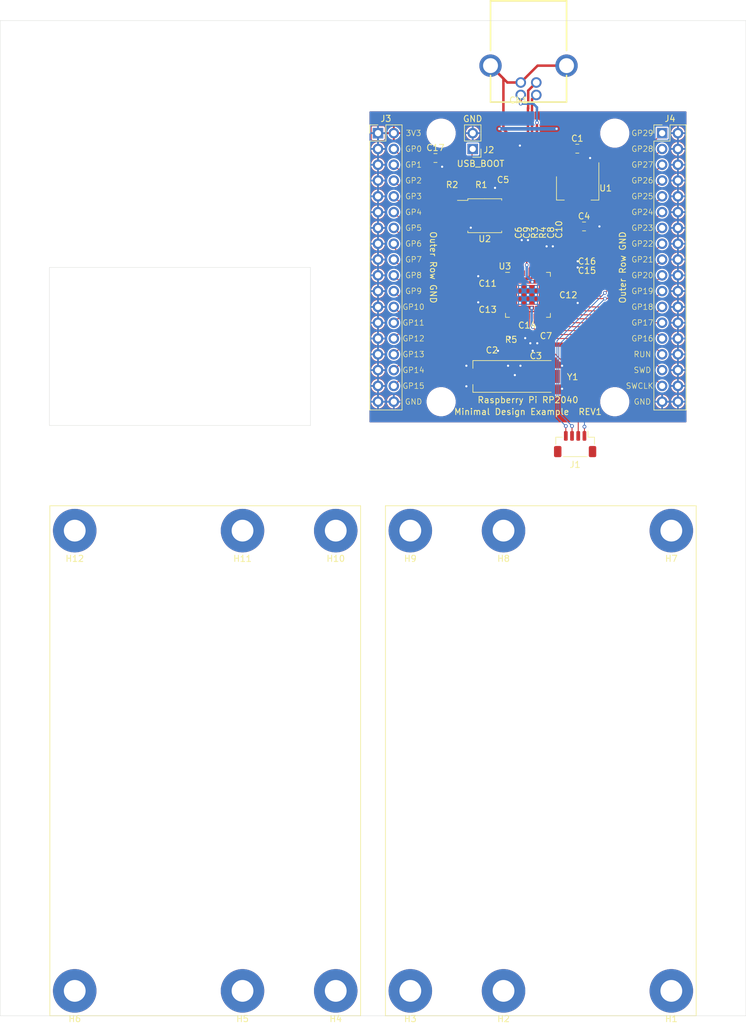
<source format=kicad_pcb>
(kicad_pcb (version 20171130) (host pcbnew "(5.1.9)-1")
  (title_block (title "RP2040 Minimal Design Example") (date 2020-07-13) (rev REV1) (company "Raspberry Pi (Trading) Ltd"))
  (layers (0 F.Cu signal) (31 B.Cu signal) (34 B.Paste user hide) (35 F.Paste user hide) (36 B.SilkS user hide) (37 F.SilkS user) (38 B.Mask user hide) (39 F.Mask user hide) (44 Edge.Cuts user))
  (net 0 "")
  (net 1 GND)
  (net 2 VBUS)
  (net 3 /XIN)
  (net 4 /XOUT)
  (net 5 +3V3)
  (net 6 +1V1)
  (net 7 /~USB_BOOT)
  (net 8 /GPIO15)
  (net 9 /GPIO14)
  (net 10 /GPIO13)
  (net 11 /GPIO12)
  (net 12 /GPIO11)
  (net 13 /GPIO10)
  (net 14 /GPIO9)
  (net 15 /GPIO8)
  (net 16 /GPIO7)
  (net 17 /GPIO6)
  (net 18 /GPIO5)
  (net 19 /GPIO4)
  (net 20 /GPIO3)
  (net 21 /GPIO2)
  (net 22 /GPIO1)
  (net 23 /GPIO0)
  (net 24 /GPIO29_ADC3)
  (net 25 /GPIO28_ADC2)
  (net 26 /GPIO27_ADC1)
  (net 27 /GPIO26_ADC0)
  (net 28 /GPIO25)
  (net 29 /GPIO24)
  (net 30 /GPIO23)
  (net 31 /GPIO22)
  (net 32 /GPIO21)
  (net 33 /GPIO20)
  (net 34 /GPIO19)
  (net 35 /GPIO18)
  (net 36 /GPIO17)
  (net 37 /GPIO16)
  (net 38 /RUN)
  (net 39 /SWD)
  (net 40 /SWCLK)
  (net 41 /QSPI_SS)
  (net 42 "Net-(R3-Pad2)")
  (net 43 "Net-(R4-Pad2)")
  (net 44 /QSPI_SD3)
  (net 45 /QSPI_SCLK)
  (net 46 /QSPI_SD0)
  (net 47 /QSPI_SD2)
  (net 48 /QSPI_SD1)
  (net 49 /USB_D+)
  (net 50 /USB_D-)
  (net 51 "Net-(C3-Pad1)")
  (module Connector:USB-B_TH_BF90 (layer F.Cu) (at 100.09 65.5 180)
    (fp_text reference CN1 (at 0 -3.207) (layer F.SilkS) (effects (justify right)))
    (fp_text value USB-B_Panel)
    (pad 3 thru_hole circle (at -1.25 -0.355 180) (size 1.7 1.7) (drill 1.1) (layers *.Cu *.Mask) (net 49 /USB_D+))
    (pad 4 thru_hole circle (at 1.25 -0.355 180) (size 1.7 1.7) (drill 1.1) (layers *.Cu *.Mask) (net 1 GND))
    (pad 1 thru_hole circle (at 1.25 -2.355 180) (size 1.7 1.7) (drill 1.1) (layers *.Cu *.Mask) (net 2 VBUS))
    (pad 2 thru_hole circle (at -1.25 -2.355 180) (size 1.7 1.7) (drill 1.1) (layers *.Cu *.Mask) (net 50 /USB_D-))
    (pad 5 thru_hole circle (at -6.116 2.355 180) (size 3.6 3.6) (drill 2.4) (layers *.Cu *.Mask) (net 1 GND))
    (pad 5 thru_hole circle (at 6.116 2.355 180) (size 3.6 3.6) (drill 2.4) (layers *.Cu *.Mask) (net 1 GND))
  )
  (module MountingHole:MountingHole_3.5mm_Pad (layer F.Cu) (at 27.07 137.91 180)
    (fp_text reference H12 (at 0 -4.5) (layer F.SilkS))
    (fp_text value MountingHole)
    (pad 1 thru_hole circle (at 0 0 180) (size 7 7) (drill 3.5) (layers *.Cu *.Mask))
  )
  (module MountingHole:MountingHole_3.5mm_Pad (layer F.Cu) (at 54.07 137.91 180)
    (fp_text reference H11 (at 0 -4.5) (layer F.SilkS))
    (fp_text value MountingHole)
    (pad 1 thru_hole circle (at 0 0 180) (size 7 7) (drill 3.5) (layers *.Cu *.Mask))
  )
  (module MountingHole:MountingHole_3.5mm_Pad (layer F.Cu) (at 81.07 137.91 180)
    (fp_text reference H9 (at 0 -4.5) (layer F.SilkS))
    (fp_text value MountingHole)
    (pad 1 thru_hole circle (at 0 0 180) (size 7 7) (drill 3.5) (layers *.Cu *.Mask))
  )
  (module MountingHole:MountingHole_3.5mm_Pad (layer F.Cu) (at 69.07 137.91 180)
    (fp_text reference H10 (at 0 -4.5) (layer F.SilkS))
    (fp_text value MountingHole)
    (pad 1 thru_hole circle (at 0 0 180) (size 7 7) (drill 3.5) (layers *.Cu *.Mask))
  )
  (module MountingHole:MountingHole_3.5mm_Pad (layer F.Cu) (at 96.07 137.91 180)
    (fp_text reference H8 (at 0 -4.5) (layer F.SilkS))
    (fp_text value MountingHole)
    (pad 1 thru_hole circle (at 0 0 180) (size 7 7) (drill 3.5) (layers *.Cu *.Mask))
  )
  (module MountingHole:MountingHole_3.5mm_Pad (layer F.Cu) (at 123.07 137.91 180)
    (fp_text reference H7 (at 0 -4.5) (layer F.SilkS))
    (fp_text value MountingHole)
    (pad 1 thru_hole circle (at 0 0 180) (size 7 7) (drill 3.5) (layers *.Cu *.Mask))
  )
  (module MountingHole:MountingHole_3.5mm_Pad (layer F.Cu) (at 54.07 211.91 180)
    (fp_text reference H5 (at 0 -4.5) (layer F.SilkS))
    (fp_text value MountingHole)
    (pad 1 thru_hole circle (at 0 0 180) (size 7 7) (drill 3.5) (layers *.Cu *.Mask))
  )
  (module MountingHole:MountingHole_3.5mm_Pad (layer F.Cu) (at 81.07 211.91 180)
    (fp_text reference H3 (at 0 -4.5) (layer F.SilkS))
    (fp_text value MountingHole)
    (pad 1 thru_hole circle (at 0 0 180) (size 7 7) (drill 3.5) (layers *.Cu *.Mask))
  )
  (module MountingHole:MountingHole_3.5mm_Pad (layer F.Cu) (at 96.07 211.91 180)
    (fp_text reference H2 (at 0 -4.5) (layer F.SilkS))
    (fp_text value MountingHole)
    (pad 1 thru_hole circle (at 0 0 180) (size 7 7) (drill 3.5) (layers *.Cu *.Mask))
  )
  (module MountingHole:MountingHole_3.5mm_Pad (layer F.Cu) (at 27.07 211.91 180)
    (fp_text reference H6 (at 0 -4.5) (layer F.SilkS))
    (fp_text value MountingHole)
    (pad 1 thru_hole circle (at 0 0 180) (size 7 7) (drill 3.5) (layers *.Cu *.Mask))
  )
  (module MountingHole:MountingHole_3.5mm_Pad (layer F.Cu) (at 69.07 211.91 180)
    (fp_text reference H4 (at 0 -4.5) (layer F.SilkS))
    (fp_text value MountingHole)
    (pad 1 thru_hole circle (at 0 0 180) (size 7 7) (drill 3.5) (layers *.Cu *.Mask))
  )
  (module MountingHole:MountingHole_3.5mm_Pad (layer F.Cu) (at 123.07 211.91 180)
    (fp_text reference H1 (at 0 -4.5) (layer F.SilkS))
    (fp_text value MountingHole)
    (pad 1 thru_hole circle (at 0 0 180) (size 7 7) (drill 3.5) (layers *.Cu *.Mask))
  )
  (module JST_Footprint_Lib:JST_SH_BM04B-SRSS-TB_1x04-1MP_P1.00mm_Vertical (layer F.Cu) (at 107.59 124 180)
    (fp_text reference J1 (at 0 -3.3) (layer F.SilkS))
    (fp_text value JST_SH_Conn_01x04_i2c-0my_intf)
    (pad 1 smd roundrect (at -1.5 1.325 180) (size 0.6 1.55) (layers F.Cu F.Paste F.Mask) (net 1 GND))
    (pad 2 smd roundrect (at -0.5 1.325 180) (size 0.6 1.55) (layers F.Cu F.Paste F.Mask) (net 5 +3V3))
    (pad 3 smd roundrect (at 0.5 1.325 180) (size 0.6 1.55) (layers F.Cu F.Paste F.Mask) (net 31 /GPIO22))
    (pad 4 smd roundrect (at 1.5 1.325 180) (size 0.6 1.55) (layers F.Cu F.Paste F.Mask) (net 30 /GPIO23))
    (pad MP smd roundrect (at -2.8 -1.2 180) (size 1.2 1.8) (layers F.Cu F.Paste F.Mask) (roundrect_rratio 0.208333))
    (pad MP smd roundrect (at 2.8 -1.2 180) (size 1.2 1.8) (layers F.Cu F.Paste F.Mask) (roundrect_rratio 0.208333))
  )
  (module Capacitor_SMD:C_0805_2012Metric (layer F.Cu) (at 85.115 78)
    (fp_text reference C17 (at 0 -1.65) (layer F.SilkS))
    (fp_text value 10u)
    (pad 2 smd roundrect (at 0.9375 0) (size 0.975 1.4) (layers F.Cu F.Paste F.Mask) (net 1 GND))
    (pad 1 smd roundrect (at -0.9375 0) (size 0.975 1.4) (layers F.Cu F.Paste F.Mask) (net 5 +3V3))
  )
  (module Capacitor_SMD:C_0805_2012Metric (layer F.Cu) (at 109.025 89)
    (fp_text reference C4 (at 0 -1.65) (layer F.SilkS))
    (fp_text value 10u)
    (pad 2 smd roundrect (at 0.9375 0) (size 0.975 1.4) (layers F.Cu F.Paste F.Mask) (net 1 GND))
    (pad 1 smd roundrect (at -0.9375 0) (size 0.975 1.4) (layers F.Cu F.Paste F.Mask) (net 5 +3V3))
  )
  (module RP2040_minimal:Crystal_SMD_HC49-US (layer F.Cu) (at 97.841 113.116)
    (fp_text reference Y1 (at 9.349 0.084) (layer F.SilkS))
    (fp_text value ABLS-12.000MHZ-B4-T)
    (pad 1 smd rect (at -4.5 0) (size 5.6 2.1) (layers F.Cu F.Paste F.Mask) (net 3 /XIN))
    (pad 2 smd rect (at 4.5 0) (size 5.6 2.1) (layers F.Cu F.Paste F.Mask) (net 51 "Net-(C3-Pad1)"))
  )
  (module RP2040_minimal:RP2040-QFN-56 (layer F.Cu) (at 100 100)
    (fp_text reference U3 (at -3.71 -4.6) (layer F.SilkS))
    (fp_text value RP2040)
    (pad 56 smd roundrect (at -2.6 -3.4375) (size 0.2 0.875) (layers F.Cu F.Paste F.Mask) (net 41 /QSPI_SS))
    (pad 55 smd roundrect (at -2.2 -3.4375) (size 0.2 0.875) (layers F.Cu F.Paste F.Mask) (net 48 /QSPI_SD1))
    (pad 54 smd roundrect (at -1.8 -3.4375) (size 0.2 0.875) (layers F.Cu F.Paste F.Mask) (net 47 /QSPI_SD2))
    (pad 53 smd roundrect (at -1.4 -3.4375) (size 0.2 0.875) (layers F.Cu F.Paste F.Mask) (net 46 /QSPI_SD0))
    (pad 52 smd roundrect (at -1 -3.4375) (size 0.2 0.875) (layers F.Cu F.Paste F.Mask) (net 45 /QSPI_SCLK))
    (pad 51 smd roundrect (at -0.6 -3.4375) (size 0.2 0.875) (layers F.Cu F.Paste F.Mask) (net 44 /QSPI_SD3))
    (pad 50 smd roundrect (at -0.2 -3.4375) (size 0.2 0.875) (layers F.Cu F.Paste F.Mask) (net 6 +1V1))
    (pad 49 smd roundrect (at 0.2 -3.4375) (size 0.2 0.875) (layers F.Cu F.Paste F.Mask) (net 5 +3V3))
    (pad 48 smd roundrect (at 0.6 -3.4375) (size 0.2 0.875) (layers F.Cu F.Paste F.Mask) (net 5 +3V3))
    (pad 47 smd roundrect (at 1 -3.4375) (size 0.2 0.875) (layers F.Cu F.Paste F.Mask) (net 42 "Net-(R3-Pad2)"))
    (pad 46 smd roundrect (at 1.4 -3.4375) (size 0.2 0.875) (layers F.Cu F.Paste F.Mask) (net 43 "Net-(R4-Pad2)"))
    (pad 45 smd roundrect (at 1.8 -3.4375) (size 0.2 0.875) (layers F.Cu F.Paste F.Mask) (net 6 +1V1))
    (pad 44 smd roundrect (at 2.2 -3.4375) (size 0.2 0.875) (layers F.Cu F.Paste F.Mask) (net 5 +3V3))
    (pad 43 smd roundrect (at 2.6 -3.4375) (size 0.2 0.875) (layers F.Cu F.Paste F.Mask) (net 5 +3V3))
    (pad 42 smd roundrect (at 3.4375 -2.6) (size 0.875 0.2) (layers F.Cu F.Paste F.Mask) (net 5 +3V3))
    (pad 41 smd roundrect (at 3.4375 -2.2) (size 0.875 0.2) (layers F.Cu F.Paste F.Mask) (net 24 /GPIO29_ADC3))
    (pad 40 smd roundrect (at 3.4375 -1.8) (size 0.875 0.2) (layers F.Cu F.Paste F.Mask) (net 25 /GPIO28_ADC2))
    (pad 39 smd roundrect (at 3.4375 -1.4) (size 0.875 0.2) (layers F.Cu F.Paste F.Mask) (net 26 /GPIO27_ADC1))
    (pad 38 smd roundrect (at 3.4375 -1) (size 0.875 0.2) (layers F.Cu F.Paste F.Mask) (net 27 /GPIO26_ADC0))
    (pad 37 smd roundrect (at 3.4375 -0.6) (size 0.875 0.2) (layers F.Cu F.Paste F.Mask) (net 28 /GPIO25))
    (pad 36 smd roundrect (at 3.4375 -0.2) (size 0.875 0.2) (layers F.Cu F.Paste F.Mask) (net 29 /GPIO24))
    (pad 35 smd roundrect (at 3.4375 0.2) (size 0.875 0.2) (layers F.Cu F.Paste F.Mask) (net 30 /GPIO23))
    (pad 34 smd roundrect (at 3.4375 0.6) (size 0.875 0.2) (layers F.Cu F.Paste F.Mask) (net 31 /GPIO22))
    (pad 33 smd roundrect (at 3.4375 1) (size 0.875 0.2) (layers F.Cu F.Paste F.Mask) (net 5 +3V3))
    (pad 32 smd roundrect (at 3.4375 1.4) (size 0.875 0.2) (layers F.Cu F.Paste F.Mask) (net 32 /GPIO21))
    (pad 31 smd roundrect (at 3.4375 1.8) (size 0.875 0.2) (layers F.Cu F.Paste F.Mask) (net 33 /GPIO20))
    (pad 30 smd roundrect (at 3.4375 2.2) (size 0.875 0.2) (layers F.Cu F.Paste F.Mask) (net 34 /GPIO19))
    (pad 29 smd roundrect (at 3.4375 2.6) (size 0.875 0.2) (layers F.Cu F.Paste F.Mask) (net 35 /GPIO18))
    (pad 28 smd roundrect (at 2.6 3.4375) (size 0.2 0.875) (layers F.Cu F.Paste F.Mask) (net 36 /GPIO17))
    (pad 27 smd roundrect (at 2.2 3.4375) (size 0.2 0.875) (layers F.Cu F.Paste F.Mask) (net 37 /GPIO16))
    (pad 26 smd roundrect (at 1.8 3.4375) (size 0.2 0.875) (layers F.Cu F.Paste F.Mask) (net 38 /RUN))
    (pad 25 smd roundrect (at 1.4 3.4375) (size 0.2 0.875) (layers F.Cu F.Paste F.Mask) (net 39 /SWD))
    (pad 24 smd roundrect (at 1 3.4375) (size 0.2 0.875) (layers F.Cu F.Paste F.Mask) (net 40 /SWCLK))
    (pad 23 smd roundrect (at 0.6 3.4375) (size 0.2 0.875) (layers F.Cu F.Paste F.Mask) (net 6 +1V1))
    (pad 22 smd roundrect (at 0.2 3.4375) (size 0.2 0.875) (layers F.Cu F.Paste F.Mask) (net 5 +3V3))
    (pad 21 smd roundrect (at -0.2 3.4375) (size 0.2 0.875) (layers F.Cu F.Paste F.Mask) (net 4 /XOUT))
    (pad 20 smd roundrect (at -0.6 3.4375) (size 0.2 0.875) (layers F.Cu F.Paste F.Mask) (net 3 /XIN))
    (pad 19 smd roundrect (at -1 3.4375) (size 0.2 0.875) (layers F.Cu F.Paste F.Mask) (net 1 GND))
    (pad 18 smd roundrect (at -1.4 3.4375) (size 0.2 0.875) (layers F.Cu F.Paste F.Mask) (net 8 /GPIO15))
    (pad 17 smd roundrect (at -1.8 3.4375) (size 0.2 0.875) (layers F.Cu F.Paste F.Mask) (net 9 /GPIO14))
    (pad 16 smd roundrect (at -2.2 3.4375) (size 0.2 0.875) (layers F.Cu F.Paste F.Mask) (net 10 /GPIO13))
    (pad 15 smd roundrect (at -2.6 3.4375) (size 0.2 0.875) (layers F.Cu F.Paste F.Mask) (net 11 /GPIO12))
    (pad 14 smd roundrect (at -3.4375 2.6) (size 0.875 0.2) (layers F.Cu F.Paste F.Mask) (net 12 /GPIO11))
    (pad 13 smd roundrect (at -3.4375 2.2) (size 0.875 0.2) (layers F.Cu F.Paste F.Mask) (net 13 /GPIO10))
    (pad 12 smd roundrect (at -3.4375 1.8) (size 0.875 0.2) (layers F.Cu F.Paste F.Mask) (net 14 /GPIO9))
    (pad 11 smd roundrect (at -3.4375 1.4) (size 0.875 0.2) (layers F.Cu F.Paste F.Mask) (net 15 /GPIO8))
    (pad 10 smd roundrect (at -3.4375 1) (size 0.875 0.2) (layers F.Cu F.Paste F.Mask) (net 5 +3V3))
    (pad 9 smd roundrect (at -3.4375 0.6) (size 0.875 0.2) (layers F.Cu F.Paste F.Mask) (net 16 /GPIO7))
    (pad 8 smd roundrect (at -3.4375 0.2) (size 0.875 0.2) (layers F.Cu F.Paste F.Mask) (net 17 /GPIO6))
    (pad 7 smd roundrect (at -3.4375 -0.2) (size 0.875 0.2) (layers F.Cu F.Paste F.Mask) (net 18 /GPIO5))
    (pad 6 smd roundrect (at -3.4375 -0.6) (size 0.875 0.2) (layers F.Cu F.Paste F.Mask) (net 19 /GPIO4))
    (pad 5 smd roundrect (at -3.4375 -1) (size 0.875 0.2) (layers F.Cu F.Paste F.Mask) (net 20 /GPIO3))
    (pad 4 smd roundrect (at -3.4375 -1.4) (size 0.875 0.2) (layers F.Cu F.Paste F.Mask) (net 21 /GPIO2))
    (pad 3 smd roundrect (at -3.4375 -1.8) (size 0.875 0.2) (layers F.Cu F.Paste F.Mask) (net 22 /GPIO1))
    (pad 2 smd roundrect (at -3.4375 -2.2) (size 0.875 0.2) (layers F.Cu F.Paste F.Mask) (net 23 /GPIO0))
    (pad 1 smd roundrect (at -3.4375 -2.6) (size 0.875 0.2) (layers F.Cu F.Paste F.Mask) (net 5 +3V3))
    (pad 57 thru_hole circle (at 1.275 1.275) (size 0.6 0.6) (drill 0.35) (layers *.Cu) (net 1 GND))
    (pad 57 thru_hole circle (at 0 1.275) (size 0.6 0.6) (drill 0.35) (layers *.Cu) (net 1 GND))
    (pad 57 thru_hole circle (at -1.275 1.275) (size 0.6 0.6) (drill 0.35) (layers *.Cu) (net 1 GND))
    (pad 57 thru_hole circle (at 1.275 0) (size 0.6 0.6) (drill 0.35) (layers *.Cu) (net 1 GND))
    (pad 57 thru_hole circle (at 0 0) (size 0.6 0.6) (drill 0.35) (layers *.Cu) (net 1 GND))
    (pad 57 thru_hole circle (at -1.275 0) (size 0.6 0.6) (drill 0.35) (layers *.Cu) (net 1 GND))
    (pad 57 thru_hole circle (at 1.275 -1.275) (size 0.6 0.6) (drill 0.35) (layers *.Cu) (net 1 GND))
    (pad 57 thru_hole circle (at 0 -1.275) (size 0.6 0.6) (drill 0.35) (layers *.Cu) (net 1 GND))
    (pad 57 thru_hole circle (at -1.275 -1.275) (size 0.6 0.6) (drill 0.35) (layers *.Cu) (net 1 GND))
    (pad 57 smd roundrect (at 0 0) (size 3.2 3.2) (layers F.Cu F.Mask) (roundrect_rratio 0.045) (net 1 GND))
  )
  (module Capacitor_SMD:C_0402_1005Metric (layer F.Cu) (at 98.7 107.115 270)
    (fp_text reference R5 (at 0.085 1.4 180) (layer F.SilkS))
    (fp_text value 1k)
    (pad 2 smd roundrect (at 0.485 0 270) (size 0.59 0.64) (layers F.Cu F.Paste F.Mask) (net 51 "Net-(C3-Pad1)"))
    (pad 1 smd roundrect (at -0.485 0 270) (size 0.59 0.64) (layers F.Cu F.Paste F.Mask) (net 4 /XOUT))
  )
  (module MountingHole:MountingHole_2.7mm_M2.5 (layer F.Cu) (at 86.03 117.18)
    (fp_text reference H4 hide)
    (fp_text value MountingHole)
    (pad "" np_thru_hole circle (at 0 0) (size 2.7 2.7) (drill 2.7) (layers *.Cu *.Mask) (clearance 1))
  )
  (module MountingHole:MountingHole_2.7mm_M2.5 (layer F.Cu) (at 113.97 117.18)
    (fp_text reference H3 hide)
    (fp_text value MountingHole)
    (pad "" np_thru_hole circle (at 0 0) (size 2.7 2.7) (drill 2.7) (layers *.Cu *.Mask) (clearance 1))
  )
  (module MountingHole:MountingHole_2.7mm_M2.5 (layer F.Cu) (at 113.97 74)
    (fp_text reference H2 hide)
    (fp_text value MountingHole)
    (pad "" np_thru_hole circle (at 0 0) (size 2.7 2.7) (drill 2.7) (layers *.Cu *.Mask) (clearance 1))
  )
  (module MountingHole:MountingHole_2.7mm_M2.5 (layer F.Cu) (at 86.03 74)
    (fp_text reference H1 hide)
    (fp_text value MountingHole)
    (pad "" np_thru_hole circle (at 0 0) (size 2.7 2.7) (drill 2.7) (layers *.Cu *.Mask) (clearance 1))
  )
  (module Capacitor_SMD:C_0402_1005Metric (layer F.Cu) (at 102 93.515 270)
    (fp_text reference R4 (at -3.515 -0.39 90) (layer F.SilkS))
    (fp_text value 27)
    (pad 2 smd roundrect (at 0.485 0 270) (size 0.59 0.64) (layers F.Cu F.Paste F.Mask) (net 43 "Net-(R4-Pad2)"))
    (pad 1 smd roundrect (at -0.485 0 270) (size 0.59 0.64) (layers F.Cu F.Paste F.Mask) (net 50 /USB_D-))
  )
  (module Capacitor_SMD:C_0402_1005Metric (layer F.Cu) (at 101 93.515 270)
    (fp_text reference R3 (at -3.515 -0.09 90) (layer F.SilkS))
    (fp_text value 27)
    (pad 2 smd roundrect (at 0.485 0 270) (size 0.59 0.64) (layers F.Cu F.Paste F.Mask) (net 42 "Net-(R3-Pad2)"))
    (pad 1 smd roundrect (at -0.485 0 270) (size 0.59 0.64) (layers F.Cu F.Paste F.Mask) (net 49 /USB_D+))
  )
  (module Capacitor_SMD:C_0402_1005Metric (layer F.Cu) (at 89.5 82.315 270)
    (fp_text reference R2 (at -0.015 1.7 180) (layer F.SilkS))
    (fp_text value DNF)
    (pad 2 smd roundrect (at 0.485 0 270) (size 0.59 0.64) (layers F.Cu F.Paste F.Mask) (net 41 /QSPI_SS))
    (pad 1 smd roundrect (at -0.485 0 270) (size 0.59 0.64) (layers F.Cu F.Paste F.Mask) (net 5 +3V3))
  )
  (module Capacitor_SMD:C_0402_1005Metric (layer F.Cu) (at 91 82.315 90)
    (fp_text reference R1 (at 0.015 1.5 180) (layer F.SilkS))
    (fp_text value 1k)
    (pad 2 smd roundrect (at 0.485 0 90) (size 0.59 0.64) (layers F.Cu F.Paste F.Mask) (net 7 /~USB_BOOT))
    (pad 1 smd roundrect (at -0.485 0 90) (size 0.59 0.64) (layers F.Cu F.Paste F.Mask) (net 41 /QSPI_SS))
  )
  (module Capacitor_SMD:C_0402_1005Metric (layer F.Cu) (at 106.485 94.6)
    (fp_text reference C16 (at 3.015 0) (layer F.SilkS))
    (fp_text value 100n)
    (pad 2 smd roundrect (at 0.485 0) (size 0.59 0.64) (layers F.Cu F.Paste F.Mask) (net 1 GND))
    (pad 1 smd roundrect (at -0.485 0) (size 0.59 0.64) (layers F.Cu F.Paste F.Mask) (net 5 +3V3))
  )
  (module Capacitor_SMD:C_0402_1005Metric (layer F.Cu) (at 106.485 96)
    (fp_text reference C15 (at 3.015 0.1) (layer F.SilkS))
    (fp_text value 100n)
    (pad 2 smd roundrect (at 0.485 0) (size 0.59 0.64) (layers F.Cu F.Paste F.Mask) (net 1 GND))
    (pad 1 smd roundrect (at -0.485 0) (size 0.59 0.64) (layers F.Cu F.Paste F.Mask) (net 5 +3V3))
  )
  (module Capacitor_SMD:C_0402_1005Metric (layer F.Cu) (at 100.381 106.485 270)
    (fp_text reference C14 (at -1.585 0.5 180) (layer F.SilkS))
    (fp_text value 100n)
    (pad 2 smd roundrect (at 0.485 0 270) (size 0.59 0.64) (layers F.Cu F.Paste F.Mask) (net 1 GND))
    (pad 1 smd roundrect (at -0.485 0 270) (size 0.59 0.64) (layers F.Cu F.Paste F.Mask) (net 5 +3V3))
  )
  (module Capacitor_SMD:C_0402_1005Metric (layer F.Cu) (at 93.515 101.2 180)
    (fp_text reference C13 (at 0 -1.17) (layer F.SilkS))
    (fp_text value 100n)
    (pad 2 smd roundrect (at 0.485 0 180) (size 0.59 0.64) (layers F.Cu F.Paste F.Mask) (net 1 GND))
    (pad 1 smd roundrect (at -0.485 0 180) (size 0.59 0.64) (layers F.Cu F.Paste F.Mask) (net 5 +3V3))
  )
  (module Capacitor_SMD:C_0402_1005Metric (layer F.Cu) (at 106.485 101.2)
    (fp_text reference C12 (at 0 -1.17) (layer F.SilkS))
    (fp_text value 100n)
    (pad 2 smd roundrect (at 0.485 0) (size 0.59 0.64) (layers F.Cu F.Paste F.Mask) (net 1 GND))
    (pad 1 smd roundrect (at -0.485 0) (size 0.59 0.64) (layers F.Cu F.Paste F.Mask) (net 5 +3V3))
  )
  (module Capacitor_SMD:C_0402_1005Metric (layer F.Cu) (at 93.515 97 180)
    (fp_text reference C11 (at 0 -1.17) (layer F.SilkS))
    (fp_text value 100n)
    (pad 2 smd roundrect (at 0.485 0 180) (size 0.59 0.64) (layers F.Cu F.Paste F.Mask) (net 1 GND))
    (pad 1 smd roundrect (at -0.485 0 180) (size 0.59 0.64) (layers F.Cu F.Paste F.Mask) (net 5 +3V3))
  )
  (module Capacitor_SMD:C_0402_1005Metric (layer F.Cu) (at 104 93.515 90)
    (fp_text reference C10 (at 4.015 0.99 90) (layer F.SilkS))
    (fp_text value 1u)
    (pad 2 smd roundrect (at 0.485 0 90) (size 0.59 0.64) (layers F.Cu F.Paste F.Mask) (net 1 GND))
    (pad 1 smd roundrect (at -0.485 0 90) (size 0.59 0.64) (layers F.Cu F.Paste F.Mask) (net 5 +3V3))
  )
  (module Capacitor_SMD:C_0402_1005Metric (layer F.Cu) (at 100 92.515 90)
    (fp_text reference C9 (at 2.515 -0.2 270) (layer F.SilkS))
    (fp_text value 100n)
    (pad 2 smd roundrect (at 0.485 0 90) (size 0.59 0.64) (layers F.Cu F.Paste F.Mask) (net 1 GND))
    (pad 1 smd roundrect (at -0.485 0 90) (size 0.59 0.64) (layers F.Cu F.Paste F.Mask) (net 5 +3V3))
  )
  (module Capacitor_SMD:C_0402_1005Metric (layer F.Cu) (at 103 93.515 90)
    (fp_text reference C8 (at 3.515 0.69 90) (layer F.SilkS))
    (fp_text value 1u)
    (pad 2 smd roundrect (at 0.485 0 90) (size 0.59 0.64) (layers F.Cu F.Paste F.Mask) (net 1 GND))
    (pad 1 smd roundrect (at -0.485 0 90) (size 0.59 0.64) (layers F.Cu F.Paste F.Mask) (net 6 +1V1))
  )
  (module Capacitor_SMD:C_0402_1005Metric (layer F.Cu) (at 101.5 106.485 270)
    (fp_text reference C7 (at 0.115 -1.4 180) (layer F.SilkS))
    (fp_text value 100n)
    (pad 2 smd roundrect (at 0.485 0 270) (size 0.59 0.64) (layers F.Cu F.Paste F.Mask) (net 1 GND))
    (pad 1 smd roundrect (at -0.485 0 270) (size 0.59 0.64) (layers F.Cu F.Paste F.Mask) (net 6 +1V1))
  )
  (module Capacitor_SMD:C_0402_1005Metric (layer F.Cu) (at 99 92.515 90)
    (fp_text reference C6 (at 2.515 -0.51 90) (layer F.SilkS))
    (fp_text value 100n)
    (pad 2 smd roundrect (at 0.485 0 90) (size 0.59 0.64) (layers F.Cu F.Paste F.Mask) (net 1 GND))
    (pad 1 smd roundrect (at -0.485 0 90) (size 0.59 0.64) (layers F.Cu F.Paste F.Mask) (net 6 +1V1))
  )
  (module Capacitor_SMD:C_0402_1005Metric (layer F.Cu) (at 96.185 82.83 180)
    (fp_text reference C5 (at 0.185 1.33) (layer F.SilkS))
    (fp_text value 100n)
    (pad 2 smd roundrect (at 0.485 0 180) (size 0.59 0.64) (layers F.Cu F.Paste F.Mask) (net 1 GND))
    (pad 1 smd roundrect (at -0.485 0 180) (size 0.59 0.64) (layers F.Cu F.Paste F.Mask) (net 5 +3V3))
  )
  (module Capacitor_SMD:C_0402_1005Metric (layer F.Cu) (at 99.485 109)
    (fp_text reference C3 (at 1.785 0.814) (layer F.SilkS))
    (fp_text value 27p)
    (pad 2 smd roundrect (at 0.485 0) (size 0.59 0.64) (layers F.Cu F.Paste F.Mask) (net 1 GND))
    (pad 1 smd roundrect (at -0.485 0) (size 0.59 0.64) (layers F.Cu F.Paste F.Mask) (net 51 "Net-(C3-Pad1)"))
  )
  (module Capacitor_SMD:C_0402_1005Metric (layer F.Cu) (at 96.515 109 180)
    (fp_text reference C2 (at 2.315 0.1) (layer F.SilkS))
    (fp_text value 27p)
    (pad 2 smd roundrect (at 0.485 0 180) (size 0.59 0.64) (layers F.Cu F.Paste F.Mask) (net 1 GND))
    (pad 1 smd roundrect (at -0.485 0 180) (size 0.59 0.64) (layers F.Cu F.Paste F.Mask) (net 3 /XIN))
  )
  (module Capacitor_SMD:C_0805_2012Metric (layer F.Cu) (at 107.9375 76.5)
    (fp_text reference C1 (at 0 -1.65) (layer F.SilkS))
    (fp_text value 10u)
    (pad 2 smd roundrect (at 0.9375 0) (size 0.975 1.4) (layers F.Cu F.Paste F.Mask) (net 1 GND))
    (pad 1 smd roundrect (at -0.9375 0) (size 0.975 1.4) (layers F.Cu F.Paste F.Mask) (net 2 VBUS))
  )
  (module Package_SO:SOIC-8_5.23x5.23mm_P1.27mm (layer F.Cu) (at 93.05 87.275)
    (fp_text reference U2 (at 0 3.725) (layer F.SilkS))
    (fp_text value W25Q128JVS)
    (pad 8 smd roundrect (at 3.6 -1.905) (size 1.6 0.6) (layers F.Cu F.Paste F.Mask) (net 5 +3V3))
    (pad 7 smd roundrect (at 3.6 -0.635) (size 1.6 0.6) (layers F.Cu F.Paste F.Mask) (net 44 /QSPI_SD3))
    (pad 6 smd roundrect (at 3.6 0.635) (size 1.6 0.6) (layers F.Cu F.Paste F.Mask) (net 45 /QSPI_SCLK))
    (pad 5 smd roundrect (at 3.6 1.905) (size 1.6 0.6) (layers F.Cu F.Paste F.Mask) (net 46 /QSPI_SD0))
    (pad 4 smd roundrect (at -3.6 1.905) (size 1.6 0.6) (layers F.Cu F.Paste F.Mask) (net 1 GND))
    (pad 3 smd roundrect (at -3.6 0.635) (size 1.6 0.6) (layers F.Cu F.Paste F.Mask) (net 47 /QSPI_SD2))
    (pad 2 smd roundrect (at -3.6 -0.635) (size 1.6 0.6) (layers F.Cu F.Paste F.Mask) (net 48 /QSPI_SD1))
    (pad 1 smd roundrect (at -3.6 -1.905) (size 1.6 0.6) (layers F.Cu F.Paste F.Mask) (net 41 /QSPI_SS))
  )
  (module Package_TO_SOT_SMD:SOT-223-3_TabPin2 (layer F.Cu) (at 108 82.85 270)
    (fp_text reference U1 (at 0 -4.5 180) (layer F.SilkS))
    (fp_text value NCP1117-3.3_SOT223)
    (pad 1 smd rect (at -3.15 -2.3 270) (size 2 1.5) (layers F.Cu F.Paste F.Mask) (net 1 GND))
    (pad 3 smd rect (at -3.15 2.3 270) (size 2 1.5) (layers F.Cu F.Paste F.Mask) (net 2 VBUS))
    (pad 2 smd rect (at -3.15 0 270) (size 2 1.5) (layers F.Cu F.Paste F.Mask) (net 5 +3V3))
    (pad 2 smd rect (at 3.15 0 270) (size 2 3.8) (layers F.Cu F.Paste F.Mask) (net 5 +3V3))
  )
  (module Connector_PinHeader_2.54mm:PinHeader_2x18_P2.54mm_Vertical (layer F.Cu) (at 121.59 74)
    (fp_text reference J4 (at 1.27 -2.33) (layer F.SilkS))
    (fp_text value Conn_02x18_Odd_Even)
    (pad 36 thru_hole oval (at 2.54 43.18) (size 1.7 1.7) (drill 1) (layers *.Cu *.Mask) (net 1 GND))
    (pad 35 thru_hole oval (at 0 43.18) (size 1.7 1.7) (drill 1) (layers *.Cu *.Mask) (net 1 GND))
    (pad 34 thru_hole oval (at 2.54 40.64) (size 1.7 1.7) (drill 1) (layers *.Cu *.Mask) (net 1 GND))
    (pad 33 thru_hole oval (at 0 40.64) (size 1.7 1.7) (drill 1) (layers *.Cu *.Mask) (net 40 /SWCLK))
    (pad 32 thru_hole oval (at 2.54 38.1) (size 1.7 1.7) (drill 1) (layers *.Cu *.Mask) (net 1 GND))
    (pad 31 thru_hole oval (at 0 38.1) (size 1.7 1.7) (drill 1) (layers *.Cu *.Mask) (net 39 /SWD))
    (pad 30 thru_hole oval (at 2.54 35.56) (size 1.7 1.7) (drill 1) (layers *.Cu *.Mask) (net 1 GND))
    (pad 29 thru_hole oval (at 0 35.56) (size 1.7 1.7) (drill 1) (layers *.Cu *.Mask) (net 38 /RUN))
    (pad 28 thru_hole oval (at 2.54 33.02) (size 1.7 1.7) (drill 1) (layers *.Cu *.Mask) (net 1 GND))
    (pad 27 thru_hole oval (at 0 33.02) (size 1.7 1.7) (drill 1) (layers *.Cu *.Mask) (net 37 /GPIO16))
    (pad 26 thru_hole oval (at 2.54 30.48) (size 1.7 1.7) (drill 1) (layers *.Cu *.Mask) (net 1 GND))
    (pad 25 thru_hole oval (at 0 30.48) (size 1.7 1.7) (drill 1) (layers *.Cu *.Mask) (net 36 /GPIO17))
    (pad 24 thru_hole oval (at 2.54 27.94) (size 1.7 1.7) (drill 1) (layers *.Cu *.Mask) (net 1 GND))
    (pad 23 thru_hole oval (at 0 27.94) (size 1.7 1.7) (drill 1) (layers *.Cu *.Mask) (net 35 /GPIO18))
    (pad 22 thru_hole oval (at 2.54 25.4) (size 1.7 1.7) (drill 1) (layers *.Cu *.Mask) (net 1 GND))
    (pad 21 thru_hole oval (at 0 25.4) (size 1.7 1.7) (drill 1) (layers *.Cu *.Mask) (net 34 /GPIO19))
    (pad 20 thru_hole oval (at 2.54 22.86) (size 1.7 1.7) (drill 1) (layers *.Cu *.Mask) (net 1 GND))
    (pad 19 thru_hole oval (at 0 22.86) (size 1.7 1.7) (drill 1) (layers *.Cu *.Mask) (net 33 /GPIO20))
    (pad 18 thru_hole oval (at 2.54 20.32) (size 1.7 1.7) (drill 1) (layers *.Cu *.Mask) (net 1 GND))
    (pad 17 thru_hole oval (at 0 20.32) (size 1.7 1.7) (drill 1) (layers *.Cu *.Mask) (net 32 /GPIO21))
    (pad 16 thru_hole oval (at 2.54 17.78) (size 1.7 1.7) (drill 1) (layers *.Cu *.Mask) (net 1 GND))
    (pad 15 thru_hole oval (at 0 17.78) (size 1.7 1.7) (drill 1) (layers *.Cu *.Mask) (net 31 /GPIO22))
    (pad 14 thru_hole oval (at 2.54 15.24) (size 1.7 1.7) (drill 1) (layers *.Cu *.Mask) (net 1 GND))
    (pad 13 thru_hole oval (at 0 15.24) (size 1.7 1.7) (drill 1) (layers *.Cu *.Mask) (net 30 /GPIO23))
    (pad 12 thru_hole oval (at 2.54 12.7) (size 1.7 1.7) (drill 1) (layers *.Cu *.Mask) (net 1 GND))
    (pad 11 thru_hole oval (at 0 12.7) (size 1.7 1.7) (drill 1) (layers *.Cu *.Mask) (net 29 /GPIO24))
    (pad 10 thru_hole oval (at 2.54 10.16) (size 1.7 1.7) (drill 1) (layers *.Cu *.Mask) (net 1 GND))
    (pad 9 thru_hole oval (at 0 10.16) (size 1.7 1.7) (drill 1) (layers *.Cu *.Mask) (net 28 /GPIO25))
    (pad 8 thru_hole oval (at 2.54 7.62) (size 1.7 1.7) (drill 1) (layers *.Cu *.Mask) (net 1 GND))
    (pad 7 thru_hole oval (at 0 7.62) (size 1.7 1.7) (drill 1) (layers *.Cu *.Mask) (net 27 /GPIO26_ADC0))
    (pad 6 thru_hole oval (at 2.54 5.08) (size 1.7 1.7) (drill 1) (layers *.Cu *.Mask) (net 1 GND))
    (pad 5 thru_hole oval (at 0 5.08) (size 1.7 1.7) (drill 1) (layers *.Cu *.Mask) (net 26 /GPIO27_ADC1))
    (pad 4 thru_hole oval (at 2.54 2.54) (size 1.7 1.7) (drill 1) (layers *.Cu *.Mask) (net 1 GND))
    (pad 3 thru_hole oval (at 0 2.54) (size 1.7 1.7) (drill 1) (layers *.Cu *.Mask) (net 25 /GPIO28_ADC2))
    (pad 2 thru_hole oval (at 2.54 0) (size 1.7 1.7) (drill 1) (layers *.Cu *.Mask) (net 1 GND))
    (pad 1 thru_hole rect (at 0 0) (size 1.7 1.7) (drill 1) (layers *.Cu *.Mask) (net 24 /GPIO29_ADC3))
  )
  (module Connector_PinHeader_2.54mm:PinHeader_2x18_P2.54mm_Vertical (layer F.Cu) (at 75.87 74)
    (fp_text reference J3 (at 1.27 -2.33) (layer F.SilkS))
    (fp_text value Conn_02x18_Odd_Even)
    (pad 36 thru_hole oval (at 2.54 43.18) (size 1.7 1.7) (drill 1) (layers *.Cu *.Mask) (net 1 GND))
    (pad 35 thru_hole oval (at 0 43.18) (size 1.7 1.7) (drill 1) (layers *.Cu *.Mask) (net 1 GND))
    (pad 34 thru_hole oval (at 2.54 40.64) (size 1.7 1.7) (drill 1) (layers *.Cu *.Mask) (net 8 /GPIO15))
    (pad 33 thru_hole oval (at 0 40.64) (size 1.7 1.7) (drill 1) (layers *.Cu *.Mask) (net 1 GND))
    (pad 32 thru_hole oval (at 2.54 38.1) (size 1.7 1.7) (drill 1) (layers *.Cu *.Mask) (net 9 /GPIO14))
    (pad 31 thru_hole oval (at 0 38.1) (size 1.7 1.7) (drill 1) (layers *.Cu *.Mask) (net 1 GND))
    (pad 30 thru_hole oval (at 2.54 35.56) (size 1.7 1.7) (drill 1) (layers *.Cu *.Mask) (net 10 /GPIO13))
    (pad 29 thru_hole oval (at 0 35.56) (size 1.7 1.7) (drill 1) (layers *.Cu *.Mask) (net 1 GND))
    (pad 28 thru_hole oval (at 2.54 33.02) (size 1.7 1.7) (drill 1) (layers *.Cu *.Mask) (net 11 /GPIO12))
    (pad 27 thru_hole oval (at 0 33.02) (size 1.7 1.7) (drill 1) (layers *.Cu *.Mask) (net 1 GND))
    (pad 26 thru_hole oval (at 2.54 30.48) (size 1.7 1.7) (drill 1) (layers *.Cu *.Mask) (net 12 /GPIO11))
    (pad 25 thru_hole oval (at 0 30.48) (size 1.7 1.7) (drill 1) (layers *.Cu *.Mask) (net 1 GND))
    (pad 24 thru_hole oval (at 2.54 27.94) (size 1.7 1.7) (drill 1) (layers *.Cu *.Mask) (net 13 /GPIO10))
    (pad 23 thru_hole oval (at 0 27.94) (size 1.7 1.7) (drill 1) (layers *.Cu *.Mask) (net 1 GND))
    (pad 22 thru_hole oval (at 2.54 25.4) (size 1.7 1.7) (drill 1) (layers *.Cu *.Mask) (net 14 /GPIO9))
    (pad 21 thru_hole oval (at 0 25.4) (size 1.7 1.7) (drill 1) (layers *.Cu *.Mask) (net 1 GND))
    (pad 20 thru_hole oval (at 2.54 22.86) (size 1.7 1.7) (drill 1) (layers *.Cu *.Mask) (net 15 /GPIO8))
    (pad 19 thru_hole oval (at 0 22.86) (size 1.7 1.7) (drill 1) (layers *.Cu *.Mask) (net 1 GND))
    (pad 18 thru_hole oval (at 2.54 20.32) (size 1.7 1.7) (drill 1) (layers *.Cu *.Mask) (net 16 /GPIO7))
    (pad 17 thru_hole oval (at 0 20.32) (size 1.7 1.7) (drill 1) (layers *.Cu *.Mask) (net 1 GND))
    (pad 16 thru_hole oval (at 2.54 17.78) (size 1.7 1.7) (drill 1) (layers *.Cu *.Mask) (net 17 /GPIO6))
    (pad 15 thru_hole oval (at 0 17.78) (size 1.7 1.7) (drill 1) (layers *.Cu *.Mask) (net 1 GND))
    (pad 14 thru_hole oval (at 2.54 15.24) (size 1.7 1.7) (drill 1) (layers *.Cu *.Mask) (net 18 /GPIO5))
    (pad 13 thru_hole oval (at 0 15.24) (size 1.7 1.7) (drill 1) (layers *.Cu *.Mask) (net 1 GND))
    (pad 12 thru_hole oval (at 2.54 12.7) (size 1.7 1.7) (drill 1) (layers *.Cu *.Mask) (net 19 /GPIO4))
    (pad 11 thru_hole oval (at 0 12.7) (size 1.7 1.7) (drill 1) (layers *.Cu *.Mask) (net 1 GND))
    (pad 10 thru_hole oval (at 2.54 10.16) (size 1.7 1.7) (drill 1) (layers *.Cu *.Mask) (net 20 /GPIO3))
    (pad 9 thru_hole oval (at 0 10.16) (size 1.7 1.7) (drill 1) (layers *.Cu *.Mask) (net 1 GND))
    (pad 8 thru_hole oval (at 2.54 7.62) (size 1.7 1.7) (drill 1) (layers *.Cu *.Mask) (net 21 /GPIO2))
    (pad 7 thru_hole oval (at 0 7.62) (size 1.7 1.7) (drill 1) (layers *.Cu *.Mask) (net 1 GND))
    (pad 6 thru_hole oval (at 2.54 5.08) (size 1.7 1.7) (drill 1) (layers *.Cu *.Mask) (net 22 /GPIO1))
    (pad 5 thru_hole oval (at 0 5.08) (size 1.7 1.7) (drill 1) (layers *.Cu *.Mask) (net 1 GND))
    (pad 4 thru_hole oval (at 2.54 2.54) (size 1.7 1.7) (drill 1) (layers *.Cu *.Mask) (net 23 /GPIO0))
    (pad 3 thru_hole oval (at 0 2.54) (size 1.7 1.7) (drill 1) (layers *.Cu *.Mask) (net 1 GND))
    (pad 2 thru_hole oval (at 2.54 0) (size 1.7 1.7) (drill 1) (layers *.Cu *.Mask) (net 5 +3V3))
    (pad 1 thru_hole rect (at 0 0) (size 1.7 1.7) (drill 1) (layers *.Cu *.Mask) (net 1 GND))
  )
  (module Connector_PinHeader_2.54mm:PinHeader_1x02_P2.54mm_Vertical (layer F.Cu) (at 91.11 76.54 180)
    (fp_text reference J2 (at -2.59 -0.16) (layer F.SilkS))
    (fp_text value Conn_01x02)
    (pad 2 thru_hole oval (at 0 2.54 180) (size 1.7 1.7) (drill 1) (layers *.Cu *.Mask) (net 1 GND))
    (pad 1 thru_hole rect (at 0 0 180) (size 1.7 1.7) (drill 1) (layers *.Cu *.Mask) (net 7 /~USB_BOOT))
  )
  (gr_line (start 65 95.6) (end 23 95.6) (layer Edge.Cuts) (width 0.05))
  (gr_line (start 65 121) (end 65 95.6) (layer Edge.Cuts) (width 0.05))
  (gr_line (start 23 121) (end 23 95.6) (layer Edge.Cuts) (width 0.05))
  (gr_line (start 127.07 133.91) (end 77.07 133.91) (layer F.SilkS) (width 0.12))
  (gr_line (start 73.07 133.91) (end 23.07 133.91) (layer F.SilkS) (width 0.12))
  (gr_line (start -89.41 -89) (end -89.41 -7) (layer B.SilkS) (width 0.12))
  (gr_line (start -39.41 -89) (end -39.41 -7) (layer B.SilkS) (width 0.12))
  (gr_line (start -89.41 -7) (end -39.41 -7) (layer B.SilkS) (width 0.12))
  (gr_line (start -89.41 -89) (end -39.41 -89) (layer B.SilkS) (width 0.12))
  (gr_line (start 65 121) (end 23 121) (layer Edge.Cuts) (width 0.05))
  (gr_line (start 23.07 215.91) (end 73.07 215.91) (layer F.SilkS) (width 0.12))
  (gr_line (start 77.07 215.91) (end 127.07 215.91) (layer F.SilkS) (width 0.12))
  (gr_line (start 15.07 55.91) (end 135.07 55.91) (layer Edge.Cuts) (width 0.05))
  (gr_line (start 15.07 215.91) (end 15.07 55.91) (layer Edge.Cuts) (width 0.05))
  (gr_line (start 135.07 215.91) (end 15.07 215.91) (layer Edge.Cuts) (width 0.05))
  (gr_line (start 77.07 215.91) (end 77.07 133.91) (layer F.SilkS) (width 0.12))
  (gr_line (start 73.07 215.91) (end 73.07 133.91) (layer F.SilkS) (width 0.12))
  (gr_line (start 127.07 215.91) (end 127.07 133.91) (layer F.SilkS) (width 0.12))
  (gr_line (start 135.07 215.91) (end 135.07 55.91) (layer Edge.Cuts) (width 0.05))
  (gr_line (start 23.07 215.91) (end 23.07 133.91) (layer F.SilkS) (width 0.12))
  (gr_text "Outer Row GND" (at 115.24 95.59 90) (layer F.SilkS) (effects (font (size 1 1))))
  (gr_text "Outer Row GND" (at 84.76 95.59 270) (layer F.SilkS) (effects (font (size 1 1))))
  (gr_text GP29 (at 118.415 74) (layer F.SilkS) (effects (font (size 0.9 0.9) (thickness 0.1))))
  (gr_text GND (at 118.415 117.18) (layer F.SilkS) (effects (font (size 0.9 0.9) (thickness 0.1))))
  (gr_text GND (at 81.585 117.18) (layer F.SilkS) (effects (font (size 0.9 0.9) (thickness 0.1))))
  (gr_text RUN (at 118.415 109.56) (layer F.SilkS) (effects (font (size 0.9 0.9) (thickness 0.1))))
  (gr_text GP16 (at 118.415 107.02) (layer F.SilkS) (effects (font (size 0.9 0.9) (thickness 0.1))))
  (gr_text SWD (at 118.415 112.1) (layer F.SilkS) (effects (font (size 0.9 0.9) (thickness 0.1))))
  (gr_text SWCLK (at 117.9705 114.64) (layer F.SilkS) (effects (font (size 0.9 0.9) (thickness 0.1))))
  (gr_text GP18 (at 118.415 101.94) (layer F.SilkS) (effects (font (size 0.9 0.9) (thickness 0.1))))
  (gr_text GP22 (at 118.415 91.78) (layer F.SilkS) (effects (font (size 0.9 0.9) (thickness 0.1))))
  (gr_text GP17 (at 118.415 104.48) (layer F.SilkS) (effects (font (size 0.9 0.9) (thickness 0.1))))
  (gr_text GP19 (at 118.415 99.4) (layer F.SilkS) (effects (font (size 0.9 0.9) (thickness 0.1))))
  (gr_text GP20 (at 118.415 96.86) (layer F.SilkS) (effects (font (size 0.9 0.9) (thickness 0.1))))
  (gr_text GP21 (at 118.415 94.32) (layer F.SilkS) (effects (font (size 0.9 0.9) (thickness 0.1))))
  (gr_text GP23 (at 118.415 89.24) (layer F.SilkS) (effects (font (size 0.9 0.9) (thickness 0.1))))
  (gr_text GP24 (at 118.415 86.7) (layer F.SilkS) (effects (font (size 0.9 0.9) (thickness 0.1))))
  (gr_text GP25 (at 118.415 84.16) (layer F.SilkS) (effects (font (size 0.9 0.9) (thickness 0.1))))
  (gr_text GP26 (at 118.415 81.62) (layer F.SilkS) (effects (font (size 0.9 0.9) (thickness 0.1))))
  (gr_text GP27 (at 118.415 79.08) (layer F.SilkS) (effects (font (size 0.9 0.9) (thickness 0.1))))
  (gr_text GP28 (at 118.415 76.54) (layer F.SilkS) (effects (font (size 0.9 0.9) (thickness 0.1))))
  (gr_text GP14 (at 81.585 112.1) (layer F.SilkS) (effects (font (size 0.9 0.9) (thickness 0.1))))
  (gr_text GP15 (at 81.585 114.64) (layer F.SilkS) (effects (font (size 0.9 0.9) (thickness 0.1))))
  (gr_text GP13 (at 81.585 109.56) (layer F.SilkS) (effects (font (size 0.9 0.9) (thickness 0.1))))
  (gr_text GP12 (at 81.585 107.02) (layer F.SilkS) (effects (font (size 0.9 0.9) (thickness 0.1))))
  (gr_text GP10 (at 81.585 101.94) (layer F.SilkS) (effects (font (size 0.9 0.9) (thickness 0.1))))
  (gr_text GP11 (at 81.585 104.48) (layer F.SilkS) (effects (font (size 0.9 0.9) (thickness 0.1))))
  (gr_text GP9 (at 81.585 99.4) (layer F.SilkS) (effects (font (size 0.9 0.9) (thickness 0.1))))
  (gr_text GP8 (at 81.585 96.86) (layer F.SilkS) (effects (font (size 0.9 0.9) (thickness 0.1))))
  (gr_text GP7 (at 81.585 94.32) (layer F.SilkS) (effects (font (size 0.9 0.9) (thickness 0.1))))
  (gr_text GP6 (at 81.585 91.78) (layer F.SilkS) (effects (font (size 0.9 0.9) (thickness 0.1))))
  (gr_text GP5 (at 81.585 89.24) (layer F.SilkS) (effects (font (size 0.9 0.9) (thickness 0.1))))
  (gr_text GP4 (at 81.585 86.7) (layer F.SilkS) (effects (font (size 0.9 0.9) (thickness 0.1))))
  (gr_text GP3 (at 81.585 84.16) (layer F.SilkS) (effects (font (size 0.9 0.9) (thickness 0.1))))
  (gr_text GP2 (at 81.585 81.62) (layer F.SilkS) (effects (font (size 0.9 0.9) (thickness 0.1))))
  (gr_text GP1 (at 81.585 79.08) (layer F.SilkS) (effects (font (size 0.9 0.9) (thickness 0.1))))
  (gr_text GP0 (at 81.585 76.54) (layer F.SilkS) (effects (font (size 0.9 0.9) (thickness 0.1))))
  (gr_text 3V3 (at 81.585 74) (layer F.SilkS) (effects (font (size 0.9 0.9) (thickness 0.1))))
  (gr_text GND (at 91.1 71.7) (layer F.SilkS) (effects (font (size 1 1))))
  (gr_text "\nUSB_BOOT" (at 92.38 78.1) (layer F.SilkS) (effects (font (size 1 1))))
  (gr_text "Raspberry Pi RP2040" (at 100 116.9) (layer F.SilkS) (effects (font (size 1 1))))
  (gr_text "Minimal Design Example  REV1" (at 100 118.8) (layer F.SilkS) (effects (font (size 1 1))))
  (segment (start 106.97 94.6) (end 108 94.6) (width 0.2) (layer F.Cu) (net 1))
  (via (at 108 94.6) (size 0.6) (drill 0.35) (layers F.Cu B.Cu) (net 1))
  (segment (start 110.3 79.7) (end 110.3 78.3) (width 0.2) (layer F.Cu) (net 1))
  (via (at 110 78) (size 0.6) (drill 0.35) (layers F.Cu B.Cu) (net 1))
  (segment (start 110.3 78.3) (end 110 78) (width 0.2) (layer F.Cu) (net 1))
  (segment (start 108.875 76.875) (end 110 78) (width 0.2) (layer F.Cu) (net 1))
  (segment (start 108.875 76.5) (end 108.875 76.875) (width 0.2) (layer F.Cu) (net 1))
  (segment (start 95.405 82.83) (end 95.375 82.8) (width 0.2) (layer F.Cu) (net 1))
  (segment (start 95.7 82.83) (end 95.405 82.83) (width 0.2) (layer F.Cu) (net 1))
  (via (at 94.7 82.8) (size 0.6) (drill 0.35) (layers F.Cu B.Cu) (net 1))
  (segment (start 95.375 82.8) (end 94.7 82.8) (width 0.2) (layer F.Cu) (net 1))
  (segment (start 110.05 89) (end 111.5 89) (width 0.2) (layer F.Cu) (net 1))
  (via (at 111.5 89) (size 0.6) (drill 0.35) (layers F.Cu B.Cu) (net 1))
  (segment (start 93.03 97) (end 92 97) (width 0.2) (layer F.Cu) (net 1))
  (via (at 92 97) (size 0.6) (drill 0.35) (layers F.Cu B.Cu) (net 1))
  (segment (start 93.03 101.2) (end 92 101.2) (width 0.2) (layer F.Cu) (net 1))
  (via (at 92 101.2) (size 0.6) (drill 0.35) (layers F.Cu B.Cu) (net 1))
  (segment (start 106.97 96) (end 107.6 96) (width 0.15) (layer F.Cu) (net 1))
  (via (at 108 95.6) (size 0.6) (drill 0.35) (layers F.Cu B.Cu) (net 1))
  (segment (start 107.6 96) (end 108 95.6) (width 0.15) (layer F.Cu) (net 1))
  (via (at 96.8 111.4) (size 0.6) (drill 0.35) (layers F.Cu B.Cu) (net 1))
  (segment (start 96.8 111.65) (end 96.8 110.599974) (width 0.2) (layer F.Cu) (net 1))
  (via (at 105.49 115.1) (size 0.6) (drill 0.35) (layers F.Cu B.Cu) (net 1))
  (segment (start 99 113.35) (end 99 114.4) (width 0.2) (layer F.Cu) (net 1))
  (via (at 90.8 89.2) (size 0.6) (drill 0.35) (layers F.Cu B.Cu) (net 1))
  (segment (start 90.78 89.18) (end 90.8 89.2) (width 0.2) (layer F.Cu) (net 1))
  (segment (start 89.45 89.18) (end 90.78 89.18) (width 0.2) (layer F.Cu) (net 1))
  (via (at 98.7 76) (size 0.6) (drill 0.35) (layers F.Cu B.Cu) (net 1))
  (via (at 99 91.200008) (size 0.6) (drill 0.35) (layers F.Cu B.Cu) (net 1))
  (segment (start 99 92.03) (end 99 91.200008) (width 0.2) (layer F.Cu) (net 1))
  (via (at 100 91.2) (size 0.6) (drill 0.35) (layers F.Cu B.Cu) (net 1))
  (segment (start 100 92.03) (end 100 91.2) (width 0.2) (layer F.Cu) (net 1))
  (segment (start 103.299999 92.499999) (end 103 92.2) (width 0.2) (layer B.Cu) (net 1))
  (segment (start 103.8 93) (end 103.299999 92.499999) (width 0.2) (layer B.Cu) (net 1))
  (segment (start 103 93.03) (end 103 92.2) (width 0.2) (layer F.Cu) (net 1))
  (via (at 103 92.2) (size 0.6) (drill 0.35) (layers F.Cu B.Cu) (net 1))
  (segment (start 104 93) (end 103.8 93) (width 0.2) (layer B.Cu) (net 1))
  (via (at 104 92.2) (size 0.6) (drill 0.35) (layers F.Cu B.Cu) (net 1))
  (segment (start 104 93.03) (end 104 92.2) (width 0.2) (layer F.Cu) (net 1))
  (via (at 108 101.305) (size 0.6) (drill 0.35) (layers F.Cu B.Cu) (net 1))
  (segment (start 107.075 101.305) (end 108 101.305) (width 0.2) (layer F.Cu) (net 1))
  (segment (start 106.97 101.2) (end 107.075 101.305) (width 0.2) (layer F.Cu) (net 1))
  (via (at 100.380994 107.78199) (size 0.6) (drill 0.35) (layers F.Cu B.Cu) (net 1))
  (segment (start 100.381 107.781984) (end 100.380994 107.78199) (width 0.2) (layer F.Cu) (net 1))
  (segment (start 100.381 106.97) (end 100.381 107.781984) (width 0.2) (layer F.Cu) (net 1))
  (via (at 101.5 107.782004) (size 0.6) (drill 0.35) (layers F.Cu B.Cu) (net 1))
  (segment (start 101.5 106.97) (end 101.5 107.782004) (width 0.2) (layer F.Cu) (net 1))
  (segment (start 99.97 108.68) (end 99.5555 108.2655) (width 0.15) (layer F.Cu) (net 1))
  (segment (start 99.97 109) (end 99.97 108.68) (width 0.15) (layer F.Cu) (net 1))
  (segment (start 99.5555 108.2655) (end 99.5555 108.0995) (width 0.15) (layer F.Cu) (net 1))
  (via (at 99.5555 106.9565) (size 0.6) (drill 0.35) (layers F.Cu B.Cu) (net 1))
  (via (at 97.89 112.9) (size 0.6) (drill 0.35) (layers F.Cu B.Cu) (net 1))
  (via (at 97.079 106.8295) (size 0.6) (drill 0.35) (layers F.Cu B.Cu) (net 1))
  (segment (start 97.079 106.5755) (end 97.079 106.8295) (width 0.15) (layer F.Cu) (net 1))
  (segment (start 99 103.4375) (end 99 104.6545) (width 0.15) (layer F.Cu) (net 1))
  (segment (start 99 104.6545) (end 97.079 106.5755) (width 0.15) (layer F.Cu) (net 1))
  (via (at 95.174 109) (size 0.6) (drill 0.35) (layers F.Cu B.Cu) (net 1))
  (segment (start 96.03 109) (end 95.174 109) (width 0.2) (layer F.Cu) (net 1))
  (via (at 100.762 108.9885) (size 0.6) (drill 0.35) (layers F.Cu B.Cu) (net 1))
  (segment (start 100.7505 109) (end 100.762 108.9885) (width 0.15) (layer F.Cu) (net 1))
  (segment (start 99.97 109) (end 100.7505 109) (width 0.15) (layer F.Cu) (net 1))
  (via (at 98.79 111.4) (size 0.6) (drill 0.35) (layers F.Cu B.Cu) (net 1))
  (via (at 90.09 114.7) (size 0.6) (drill 0.35) (layers F.Cu B.Cu) (net 1))
  (via (at 90.09 111.4) (size 0.6) (drill 0.35) (layers F.Cu B.Cu) (net 1))
  (via (at 105.49 111.4) (size 0.6) (drill 0.35) (layers F.Cu B.Cu) (net 1))
  (segment (start 86.14 78) (end 86.14 79.25) (width 0.15) (layer F.Cu) (net 1))
  (via (at 86.19 79.4) (size 0.6) (drill 0.35) (layers F.Cu B.Cu) (net 1))
  (segment (start 86.14 78.95) (end 86.19 79) (width 0.15) (layer F.Cu) (net 1))
  (segment (start 86.19 79) (end 86.19 79.1) (width 0.15) (layer F.Cu) (net 1))
  (segment (start 109.09 122.675) (end 109.09 121.2) (width 0.15) (layer F.Cu) (net 1))
  (segment (start 109.09 121.2) (end 109.09 121.2) (width 0.15) (layer F.Cu) (net 1))
  (via (at 109.09 121.2) (size 0.6) (drill 0.35) (layers F.Cu B.Cu) (net 1))
  (segment (start 109.09 118.7) (end 105.49 115.1) (width 0.15) (layer B.Cu) (net 1))
  (segment (start 109.09 121.2) (end 109.09 118.7) (width 0.15) (layer B.Cu) (net 1))
  (segment (start 96.050001 73.350001) (end 98.7 76) (width 0.4) (layer F.Cu) (net 1))
  (segment (start 96.050001 65.221001) (end 96.050001 73.350001) (width 0.4) (layer F.Cu) (net 1))
  (segment (start 93.974 63.145) (end 96.050001 65.221001) (width 0.4) (layer F.Cu) (net 1))
  (segment (start 101.55 63.145) (end 98.84 65.855) (width 0.4) (layer F.Cu) (net 1))
  (segment (start 106.206 63.145) (end 101.55 63.145) (width 0.4) (layer F.Cu) (net 1))
  (segment (start 96.684 65.855) (end 93.974 63.145) (width 0.4) (layer F.Cu) (net 1))
  (segment (start 98.84 65.855) (end 96.684 65.855) (width 0.4) (layer F.Cu) (net 1))
  (segment (start 98.84 68.183946) (end 98.84 67.855) (width 0.15) (layer F.Cu) (net 2))
  (segment (start 102.1 76.3) (end 101.445 75.645) (width 0.4) (layer F.Cu) (net 2))
  (segment (start 98.84 67.855) (end 98.84 69.25) (width 0.4) (layer F.Cu) (net 2))
  (segment (start 98.84 69.25) (end 98.84 69.25) (width 0.4) (layer F.Cu) (net 2))
  (via (at 98.84 69.25) (size 0.6) (drill 0.35) (layers F.Cu B.Cu) (net 2))
  (segment (start 98.84 69.25) (end 100.84 69.25) (width 0.4) (layer B.Cu) (net 2))
  (segment (start 101.445 75.645) (end 101.445 72.315) (width 0.4) (layer F.Cu) (net 2))
  (segment (start 101.445 72.315) (end 101.445 72.315) (width 0.4) (layer F.Cu) (net 2))
  (via (at 101.445 72.315) (size 0.6) (drill 0.35) (layers F.Cu B.Cu) (net 2))
  (segment (start 101.445 69.855) (end 100.84 69.25) (width 0.4) (layer B.Cu) (net 2))
  (segment (start 101.445 72.315) (end 101.445 69.855) (width 0.4) (layer B.Cu) (net 2))
  (segment (start 97.8 108.2) (end 97 109) (width 0.15) (layer F.Cu) (net 3))
  (segment (start 97.8 106.537861) (end 97.8 108.2) (width 0.15) (layer F.Cu) (net 3))
  (segment (start 99.4 103.4375) (end 99.4 104.937861) (width 0.15) (layer F.Cu) (net 3))
  (segment (start 99.4 104.937861) (end 97.8 106.537861) (width 0.15) (layer F.Cu) (net 3))
  (segment (start 96.317 113.116) (end 93.341 113.116) (width 0.15) (layer F.Cu) (net 3))
  (segment (start 97.6505 111.7825) (end 96.317 113.116) (width 0.15) (layer F.Cu) (net 3))
  (segment (start 97 109) (end 97.6505 109.6505) (width 0.15) (layer F.Cu) (net 3))
  (segment (start 97.6505 109.6505) (end 97.6505 111.7825) (width 0.15) (layer F.Cu) (net 3))
  (segment (start 99.8 105.1) (end 98.7 106.2) (width 0.15) (layer F.Cu) (net 4))
  (segment (start 99.8 103.4375) (end 99.8 105.1) (width 0.15) (layer F.Cu) (net 4))
  (segment (start 98.7 106.2) (end 98.7 106.63) (width 0.15) (layer F.Cu) (net 4))
  (segment (start 74.7 72.9) (end 74.7 75.2) (width 0.3) (layer F.Cu) (net 5))
  (segment (start 96.5625 97.4) (end 97.4 97.4) (width 0.2) (layer F.Cu) (net 5))
  (segment (start 100.2 96.5625) (end 100.2 97.4) (width 0.2) (layer F.Cu) (net 5))
  (segment (start 100.2 97.4) (end 100.2 97) (width 0.2) (layer F.Cu) (net 5))
  (segment (start 100.6 96.5625) (end 100.6 97.2) (width 0.2) (layer F.Cu) (net 5))
  (segment (start 100.6 97.2) (end 100.4 97.4) (width 0.2) (layer F.Cu) (net 5))
  (segment (start 102.6 96.5625) (end 102.6 97.4) (width 0.2) (layer F.Cu) (net 5))
  (segment (start 103.4375 97.4) (end 102.6 97.4) (width 0.2) (layer F.Cu) (net 5))
  (segment (start 103.4375 101) (end 102.6 101) (width 0.2) (layer F.Cu) (net 5))
  (segment (start 100.2 103.4375) (end 100.2 102.8) (width 0.2) (layer F.Cu) (net 5))
  (segment (start 100.2 102.8) (end 100 102.6) (width 0.2) (layer F.Cu) (net 5))
  (segment (start 102.2 96.5625) (end 102.2 97.2) (width 0.2) (layer F.Cu) (net 5))
  (segment (start 102.2 97.2) (end 102.4 97.4) (width 0.2) (layer F.Cu) (net 5))
  (segment (start 108 86) (end 108 89) (width 0.2) (layer F.Cu) (net 5))
  (segment (start 100.2 95.7) (end 100.2 96.5625) (width 0.2) (layer F.Cu) (net 5))
  (segment (start 100.350001 95.549999) (end 100.2 95.7) (width 0.2) (layer F.Cu) (net 5))
  (segment (start 100.350001 94.112535) (end 100.350001 95.549999) (width 0.2) (layer F.Cu) (net 5))
  (segment (start 100 93) (end 100 93.762534) (width 0.2) (layer F.Cu) (net 5))
  (segment (start 100 93.762534) (end 100.350001 94.112535) (width 0.2) (layer F.Cu) (net 5))
  (segment (start 100.6 95.799998) (end 100.350001 95.549999) (width 0.2) (layer F.Cu) (net 5))
  (segment (start 100.6 96.5625) (end 100.6 95.799998) (width 0.2) (layer F.Cu) (net 5))
  (segment (start 96.65 82.85) (end 96.67 82.83) (width 0.2) (layer F.Cu) (net 5))
  (segment (start 96.65 85.37) (end 96.65 82.85) (width 0.2) (layer F.Cu) (net 5))
  (segment (start 94.2 101) (end 94 101.2) (width 0.2) (layer F.Cu) (net 5))
  (segment (start 96.5625 101) (end 94.2 101) (width 0.2) (layer F.Cu) (net 5))
  (segment (start 102.2 96.5625) (end 102.2 96.1) (width 0.2) (layer F.Cu) (net 5))
  (segment (start 102.2 96.1) (end 103.6 94.7) (width 0.2) (layer F.Cu) (net 5))
  (segment (start 96.5625 101) (end 97.4 101) (width 0.2) (layer F.Cu) (net 5))
  (segment (start 96.5625 97.4) (end 95.7 97.4) (width 0.2) (layer F.Cu) (net 5))
  (via (at 104.6 73.3) (size 0.6) (drill 0.35) (layers F.Cu B.Cu) (net 5))
  (via (at 95.4 73.3) (size 0.6) (drill 0.35) (layers F.Cu B.Cu) (net 5))
  (segment (start 104.6 73.3) (end 95.4 73.3) (width 0.6) (layer B.Cu) (net 5))
  (segment (start 105.8 101) (end 106 101.2) (width 0.2) (layer F.Cu) (net 5))
  (segment (start 103.4375 101) (end 105.8 101) (width 0.2) (layer F.Cu) (net 5))
  (segment (start 100.381 105.6865) (end 100.381 106) (width 0.2) (layer F.Cu) (net 5))
  (segment (start 100.2 103.4375) (end 100.2 105.5055) (width 0.2) (layer F.Cu) (net 5))
  (segment (start 100.2 105.5055) (end 100.381 105.6865) (width 0.2) (layer F.Cu) (net 5))
  (segment (start 100.9525 106.2515) (end 100.701 106) (width 0.15) (layer F.Cu) (net 5))
  (segment (start 100.9525 108.163) (end 100.9525 106.2515) (width 0.15) (layer F.Cu) (net 5))
  (segment (start 101.096505 108.307005) (end 100.9525 108.163) (width 0.15) (layer F.Cu) (net 5))
  (segment (start 103.174007 108.307005) (end 101.096505 108.307005) (width 0.15) (layer F.Cu) (net 5))
  (segment (start 108.09 113.222998) (end 103.174007 108.307005) (width 0.15) (layer F.Cu) (net 5))
  (segment (start 100.701 106) (end 100.381 106) (width 0.15) (layer F.Cu) (net 5))
  (segment (start 108.09 122.675) (end 108.09 113.222998) (width 0.15) (layer F.Cu) (net 5))
  (segment (start 99.8 96.5625) (end 99.8 95.199994) (width 0.2) (layer F.Cu) (net 6))
  (via (at 99.8 95.199994) (size 0.6) (drill 0.35) (layers F.Cu B.Cu) (net 6))
  (segment (start 99.8 94.095) (end 99.8 94.77573) (width 0.2) (layer F.Cu) (net 6))
  (segment (start 99.8 94.77573) (end 99.8 95.199994) (width 0.2) (layer F.Cu) (net 6))
  (segment (start 99 93.295) (end 99.8 94.095) (width 0.2) (layer F.Cu) (net 6))
  (segment (start 99 93) (end 99 93.295) (width 0.2) (layer F.Cu) (net 6))
  (segment (start 101.8 96.5625) (end 101.8 97.4) (width 0.2) (layer F.Cu) (net 6))
  (segment (start 103 94.6) (end 103 94) (width 0.2) (layer F.Cu) (net 6))
  (segment (start 101.8 96.5625) (end 101.8 95.8) (width 0.2) (layer F.Cu) (net 6))
  (segment (start 101.8 95.8) (end 103 94.6) (width 0.2) (layer F.Cu) (net 6))
  (segment (start 100.6 103.4375) (end 100.6 105) (width 0.2) (layer F.Cu) (net 6))
  (via (at 100.8 105.2) (size 0.6) (drill 0.35) (layers F.Cu B.Cu) (net 6))
  (segment (start 100.6 105) (end 100.8 105.2) (width 0.2) (layer F.Cu) (net 6))
  (segment (start 101.5 105.9) (end 100.8 105.2) (width 0.2) (layer F.Cu) (net 6))
  (segment (start 101.5 106) (end 101.5 105.9) (width 0.2) (layer F.Cu) (net 6))
  (via (at 100.59997 102.1) (size 0.6) (drill 0.35) (layers F.Cu B.Cu) (net 6))
  (segment (start 100.4 98) (end 100.5 97.9) (width 0.15) (layer F.Cu) (net 6))
  (segment (start 100.5 97.9) (end 100.7 97.9) (width 0.15) (layer F.Cu) (net 6))
  (via (at 100.7 97.9) (size 0.6) (drill 0.35) (layers F.Cu B.Cu) (net 6))
  (segment (start 100.59 102.10997) (end 100.59997 102.1) (width 0.4) (layer B.Cu) (net 6))
  (segment (start 100.8 105.2) (end 100.59 104.99) (width 0.4) (layer B.Cu) (net 6))
  (segment (start 100.59 104.99) (end 100.59 102.10997) (width 0.4) (layer B.Cu) (net 6))
  (segment (start 100.69 97.9) (end 100.7 97.9) (width 0.4) (layer B.Cu) (net 6))
  (segment (start 99.8 95.199994) (end 99.8 97.01) (width 0.4) (layer B.Cu) (net 6))
  (segment (start 99.8 97.01) (end 100.69 97.9) (width 0.4) (layer B.Cu) (net 6))
  (segment (start 91 76.65) (end 91.11 76.54) (width 0.15) (layer F.Cu) (net 7))
  (segment (start 91 81.83) (end 91 76.65) (width 0.15) (layer F.Cu) (net 7))
  (segment (start 86.7 106.35) (end 78.41 114.64) (width 0.15) (layer F.Cu) (net 8))
  (segment (start 96.687861 106.35) (end 86.7 106.35) (width 0.15) (layer F.Cu) (net 8))
  (segment (start 98.6 103.4375) (end 98.6 104.437861) (width 0.15) (layer F.Cu) (net 8))
  (segment (start 98.6 104.437861) (end 96.687861 106.35) (width 0.15) (layer F.Cu) (net 8))
  (segment (start 84.795 105.715) (end 78.41 112.1) (width 0.15) (layer F.Cu) (net 9))
  (segment (start 96.675 105.715) (end 84.795 105.715) (width 0.15) (layer F.Cu) (net 9))
  (segment (start 98.2 103.4375) (end 98.2 104.19) (width 0.15) (layer F.Cu) (net 9))
  (segment (start 98.2 104.19) (end 96.675 105.715) (width 0.15) (layer F.Cu) (net 9))
  (segment (start 96.595 105.08) (end 82.89 105.08) (width 0.15) (layer F.Cu) (net 10))
  (segment (start 97.8 103.4375) (end 97.8 103.875) (width 0.15) (layer F.Cu) (net 10))
  (segment (start 82.89 105.08) (end 78.41 109.56) (width 0.15) (layer F.Cu) (net 10))
  (segment (start 97.8 103.875) (end 96.595 105.08) (width 0.15) (layer F.Cu) (net 10))
  (segment (start 80.985 104.445) (end 78.41 107.02) (width 0.15) (layer F.Cu) (net 11))
  (segment (start 96.19 104.445) (end 80.985 104.445) (width 0.15) (layer F.Cu) (net 11))
  (segment (start 97.0975 103.5375) (end 96.19 104.445) (width 0.15) (layer F.Cu) (net 11))
  (segment (start 97.4 103.4375) (end 97.3 103.5375) (width 0.15) (layer F.Cu) (net 11))
  (segment (start 97.3 103.5375) (end 97.0975 103.5375) (width 0.15) (layer F.Cu) (net 11))
  (segment (start 79.08 103.81) (end 78.41 104.48) (width 0.15) (layer F.Cu) (net 12))
  (segment (start 94.92 103.81) (end 79.08 103.81) (width 0.15) (layer F.Cu) (net 12))
  (segment (start 96.5625 102.6) (end 96.13 102.6) (width 0.15) (layer F.Cu) (net 12))
  (segment (start 96.13 102.6) (end 94.92 103.81) (width 0.15) (layer F.Cu) (net 12))
  (segment (start 79.645 103.175) (end 78.41 101.94) (width 0.15) (layer F.Cu) (net 13))
  (segment (start 94.285 103.175) (end 79.645 103.175) (width 0.15) (layer F.Cu) (net 13))
  (segment (start 96.5625 102.2) (end 95.26 102.2) (width 0.15) (layer F.Cu) (net 13))
  (segment (start 95.26 102.2) (end 94.285 103.175) (width 0.15) (layer F.Cu) (net 13))
  (segment (start 94.285 102.54) (end 81.55 102.54) (width 0.15) (layer F.Cu) (net 14))
  (segment (start 81.55 102.54) (end 78.41 99.4) (width 0.15) (layer F.Cu) (net 14))
  (segment (start 96.5625 101.8) (end 95.025 101.8) (width 0.15) (layer F.Cu) (net 14))
  (segment (start 95.025 101.8) (end 94.285 102.54) (width 0.15) (layer F.Cu) (net 14))
  (segment (start 83.455 101.905) (end 78.41 96.86) (width 0.15) (layer F.Cu) (net 15))
  (segment (start 94.285 101.905) (end 83.455 101.905) (width 0.15) (layer F.Cu) (net 15))
  (segment (start 96.5625 101.4) (end 94.79 101.4) (width 0.15) (layer F.Cu) (net 15))
  (segment (start 94.79 101.4) (end 94.285 101.905) (width 0.15) (layer F.Cu) (net 15))
  (segment (start 84.69 100.6) (end 78.41 94.32) (width 0.15) (layer F.Cu) (net 16))
  (segment (start 96.5625 100.6) (end 84.69 100.6) (width 0.15) (layer F.Cu) (net 16))
  (segment (start 78.41 92.38) (end 78.41 91.78) (width 0.15) (layer F.Cu) (net 17))
  (segment (start 96.5625 100.2) (end 86.23 100.2) (width 0.15) (layer F.Cu) (net 17))
  (segment (start 86.23 100.2) (end 78.41 92.38) (width 0.15) (layer F.Cu) (net 17))
  (segment (start 79.68 90.51) (end 78.41 89.24) (width 0.15) (layer F.Cu) (net 18))
  (segment (start 96.5625 99.8) (end 87.1 99.8) (width 0.15) (layer F.Cu) (net 18))
  (segment (start 79.68 92.38) (end 79.68 90.51) (width 0.15) (layer F.Cu) (net 18))
  (segment (start 87.1 99.8) (end 79.68 92.38) (width 0.15) (layer F.Cu) (net 18))
  (segment (start 80.95 89.24) (end 78.41 86.7) (width 0.15) (layer F.Cu) (net 19))
  (segment (start 80.95 92.38) (end 80.95 89.24) (width 0.15) (layer F.Cu) (net 19))
  (segment (start 96.5625 99.4) (end 87.97 99.4) (width 0.15) (layer F.Cu) (net 19))
  (segment (start 87.97 99.4) (end 80.95 92.38) (width 0.15) (layer F.Cu) (net 19))
  (segment (start 82.22 87.9525) (end 78.4275 84.16) (width 0.15) (layer F.Cu) (net 20))
  (segment (start 82.22 92.38) (end 82.22 87.9525) (width 0.15) (layer F.Cu) (net 20))
  (segment (start 96.5625 99) (end 88.84 99) (width 0.15) (layer F.Cu) (net 20))
  (segment (start 78.4275 84.16) (end 78.41 84.16) (width 0.15) (layer F.Cu) (net 20))
  (segment (start 88.84 99) (end 82.22 92.38) (width 0.15) (layer F.Cu) (net 20))
  (segment (start 83.49 86.6825) (end 78.4275 81.62) (width 0.15) (layer F.Cu) (net 21))
  (segment (start 83.49 92.38) (end 83.49 86.6825) (width 0.15) (layer F.Cu) (net 21))
  (segment (start 78.4275 81.62) (end 78.41 81.62) (width 0.15) (layer F.Cu) (net 21))
  (segment (start 96.5625 98.6) (end 89.71 98.6) (width 0.15) (layer F.Cu) (net 21))
  (segment (start 89.71 98.6) (end 83.49 92.38) (width 0.15) (layer F.Cu) (net 21))
  (segment (start 78.4275 79.08) (end 78.41 79.08) (width 0.15) (layer F.Cu) (net 22))
  (segment (start 84.76 85.4125) (end 78.4275 79.08) (width 0.15) (layer F.Cu) (net 22))
  (segment (start 84.76 92.38) (end 84.76 85.4125) (width 0.15) (layer F.Cu) (net 22))
  (segment (start 96.5625 98.2) (end 90.58 98.2) (width 0.15) (layer F.Cu) (net 22))
  (segment (start 90.58 98.2) (end 84.76 92.38) (width 0.15) (layer F.Cu) (net 22))
  (segment (start 86.03 84.16) (end 78.41 76.54) (width 0.15) (layer F.Cu) (net 23))
  (segment (start 86.03 92.38) (end 86.03 84.16) (width 0.15) (layer F.Cu) (net 23))
  (segment (start 96.5625 97.8) (end 91.45 97.8) (width 0.15) (layer F.Cu) (net 23))
  (segment (start 91.45 97.8) (end 86.03 92.38) (width 0.15) (layer F.Cu) (net 23))
  (segment (start 121.58125 74) (end 121.59 74) (width 0.15) (layer F.Cu) (net 24))
  (segment (start 112.065 83.51625) (end 121.58125 74) (width 0.15) (layer F.Cu) (net 24))
  (segment (start 112.065 92.38) (end 112.065 83.51625) (width 0.15) (layer F.Cu) (net 24))
  (segment (start 103.4375 97.8) (end 106.645 97.8) (width 0.15) (layer F.Cu) (net 24))
  (segment (start 106.645 97.8) (end 112.065 92.38) (width 0.15) (layer F.Cu) (net 24))
  (segment (start 113.335 84.795) (end 120.93 77.2) (width 0.15) (layer F.Cu) (net 25))
  (segment (start 113.335 92.38) (end 113.335 84.795) (width 0.15) (layer F.Cu) (net 25))
  (segment (start 120.93 77.2) (end 121.59 76.54) (width 0.15) (layer F.Cu) (net 25))
  (segment (start 103.4375 98.2) (end 107.515 98.2) (width 0.15) (layer F.Cu) (net 25))
  (segment (start 107.515 98.2) (end 113.335 92.38) (width 0.15) (layer F.Cu) (net 25))
  (segment (start 120.92 79.75) (end 121.59 79.08) (width 0.15) (layer F.Cu) (net 26))
  (segment (start 103.4375 98.6) (end 108.385 98.6) (width 0.15) (layer F.Cu) (net 26))
  (segment (start 114.605 86.065) (end 120.92 79.75) (width 0.15) (layer F.Cu) (net 26))
  (segment (start 114.605 92.38) (end 114.605 86.065) (width 0.15) (layer F.Cu) (net 26))
  (segment (start 108.385 98.6) (end 114.605 92.38) (width 0.15) (layer F.Cu) (net 26))
  (segment (start 120.92 82.29) (end 121.59 81.62) (width 0.15) (layer F.Cu) (net 27))
  (segment (start 115.875 87.335) (end 120.92 82.29) (width 0.15) (layer F.Cu) (net 27))
  (segment (start 115.875 92.3975) (end 115.875 87.335) (width 0.15) (layer F.Cu) (net 27))
  (segment (start 103.4375 99) (end 109.2725 99) (width 0.15) (layer F.Cu) (net 27))
  (segment (start 109.2725 99) (end 115.875 92.3975) (width 0.15) (layer F.Cu) (net 27))
  (segment (start 120.92 84.83) (end 121.59 84.16) (width 0.15) (layer F.Cu) (net 28))
  (segment (start 117.145 88.605) (end 120.92 84.83) (width 0.15) (layer F.Cu) (net 28))
  (segment (start 117.145 92.38) (end 117.145 88.605) (width 0.15) (layer F.Cu) (net 28))
  (segment (start 103.4375 99.4) (end 110.125 99.4) (width 0.15) (layer F.Cu) (net 28))
  (segment (start 110.125 99.4) (end 117.145 92.38) (width 0.15) (layer F.Cu) (net 28))
  (segment (start 120.92 87.37) (end 121.59 86.7) (width 0.15) (layer F.Cu) (net 29))
  (segment (start 118.415 92.38) (end 118.415 89.875) (width 0.15) (layer F.Cu) (net 29))
  (segment (start 118.415 89.875) (end 120.92 87.37) (width 0.15) (layer F.Cu) (net 29))
  (segment (start 103.4375 99.8) (end 110.995 99.8) (width 0.15) (layer F.Cu) (net 29))
  (segment (start 110.995 99.8) (end 118.415 92.38) (width 0.15) (layer F.Cu) (net 29))
  (segment (start 105.2 100.2) (end 103.4375 100.2) (width 0.15) (layer F.Cu) (net 30))
  (segment (start 111.865 100.2) (end 105.2 100.2) (width 0.15) (layer F.Cu) (net 30))
  (segment (start 119.685 92.38) (end 112.3775 99.6875) (width 0.15) (layer F.Cu) (net 30))
  (segment (start 121.59 89.24) (end 119.685 91.145) (width 0.15) (layer F.Cu) (net 30))
  (segment (start 119.685 91.145) (end 119.685 92.38) (width 0.15) (layer F.Cu) (net 30))
  (segment (start 106.09 122.675) (end 106.09 121.1) (width 0.15) (layer F.Cu) (net 30))
  (segment (start 106.09 121.1) (end 106.09 121.1) (width 0.15) (layer F.Cu) (net 30))
  (via (at 106.09 121.1) (size 0.6) (drill 0.35) (layers F.Cu B.Cu) (net 30))
  (segment (start 112.3775 99.6875) (end 111.865 100.2) (width 0.15) (layer F.Cu) (net 30))
  (via (at 112.3775 99.6875) (size 0.6) (drill 0.35) (layers F.Cu B.Cu) (net 30))
  (segment (start 104.964999 107.100001) (end 112.3775 99.6875) (width 0.15) (layer B.Cu) (net 30))
  (segment (start 104.664989 119.674989) (end 104.664989 107.400011) (width 0.15) (layer B.Cu) (net 30))
  (segment (start 104.664989 107.400011) (end 104.964999 107.100001) (width 0.15) (layer B.Cu) (net 30))
  (segment (start 106.09 121.1) (end 104.664989 119.674989) (width 0.15) (layer B.Cu) (net 30))
  (segment (start 120.32 93.05) (end 121.59 91.78) (width 0.15) (layer F.Cu) (net 31))
  (segment (start 103.4375 100.6) (end 112.39 100.6) (width 0.15) (layer F.Cu) (net 31))
  (segment (start 112.77 100.6) (end 120.32 93.05) (width 0.15) (layer F.Cu) (net 31))
  (segment (start 112.39 100.6) (end 112.77 100.6) (width 0.15) (layer F.Cu) (net 31))
  (via (at 112.39 100.6) (size 0.6) (drill 0.35) (layers F.Cu B.Cu) (net 31))
  (segment (start 107.09 122.675) (end 107.09 121.1) (width 0.15) (layer F.Cu) (net 31))
  (segment (start 107.09 121.1) (end 107.09 121.1) (width 0.15) (layer F.Cu) (net 31))
  (via (at 107.09 121.1) (size 0.6) (drill 0.35) (layers F.Cu B.Cu) (net 31))
  (segment (start 104.964999 118.974999) (end 107.09 121.1) (width 0.15) (layer B.Cu) (net 31))
  (segment (start 104.964999 108.025001) (end 104.964999 118.974999) (width 0.15) (layer B.Cu) (net 31))
  (segment (start 112.39 100.6) (end 104.964999 108.025001) (width 0.15) (layer B.Cu) (net 31))
  (segment (start 105.10875 101.94) (end 113.97 101.94) (width 0.15) (layer F.Cu) (net 32))
  (segment (start 120.32 95.59) (end 121.59 94.32) (width 0.15) (layer F.Cu) (net 32))
  (segment (start 103.4375 101.4) (end 104.56875 101.4) (width 0.15) (layer F.Cu) (net 32))
  (segment (start 113.97 101.94) (end 120.32 95.59) (width 0.15) (layer F.Cu) (net 32))
  (segment (start 104.56875 101.4) (end 105.10875 101.94) (width 0.15) (layer F.Cu) (net 32))
  (segment (start 120.32 98.13) (end 121.59 96.86) (width 0.15) (layer F.Cu) (net 33))
  (segment (start 105.08 102.575) (end 115.875 102.575) (width 0.15) (layer F.Cu) (net 33))
  (segment (start 103.4375 101.8) (end 104.305 101.8) (width 0.15) (layer F.Cu) (net 33))
  (segment (start 115.875 102.575) (end 120.32 98.13) (width 0.15) (layer F.Cu) (net 33))
  (segment (start 104.305 101.8) (end 105.08 102.575) (width 0.15) (layer F.Cu) (net 33))
  (segment (start 117.78 103.21) (end 120.32 100.67) (width 0.15) (layer F.Cu) (net 34))
  (segment (start 120.32 100.67) (end 121.59 99.4) (width 0.15) (layer F.Cu) (net 34))
  (segment (start 105.08 103.21) (end 117.78 103.21) (width 0.15) (layer F.Cu) (net 34))
  (segment (start 103.4375 102.2) (end 104.07 102.2) (width 0.15) (layer F.Cu) (net 34))
  (segment (start 104.07 102.2) (end 105.08 103.21) (width 0.15) (layer F.Cu) (net 34))
  (segment (start 103.835 102.6) (end 103.4375 102.6) (width 0.15) (layer F.Cu) (net 35))
  (segment (start 105.08 103.845) (end 103.835 102.6) (width 0.15) (layer F.Cu) (net 35))
  (segment (start 121.59 101.94) (end 119.685 103.845) (width 0.15) (layer F.Cu) (net 35))
  (segment (start 119.685 103.845) (end 105.08 103.845) (width 0.15) (layer F.Cu) (net 35))
  (segment (start 104.385181 104.48) (end 121.59 104.48) (width 0.15) (layer F.Cu) (net 36))
  (segment (start 102.6 103.4375) (end 103.342681 103.4375) (width 0.15) (layer F.Cu) (net 36))
  (segment (start 103.342681 103.4375) (end 104.385181 104.48) (width 0.15) (layer F.Cu) (net 36))
  (segment (start 102.2 104) (end 102.2 103.4375) (width 0.15) (layer F.Cu) (net 37))
  (segment (start 103.315 105.115) (end 102.2 104) (width 0.15) (layer F.Cu) (net 37))
  (segment (start 121.59 107.02) (end 119.685 105.115) (width 0.15) (layer F.Cu) (net 37))
  (segment (start 119.685 105.115) (end 103.315 105.115) (width 0.15) (layer F.Cu) (net 37))
  (segment (start 101.8 104.2) (end 101.8 103.4375) (width 0.15) (layer F.Cu) (net 38))
  (segment (start 121.59 109.56) (end 117.78 105.75) (width 0.15) (layer F.Cu) (net 38))
  (segment (start 103.35 105.75) (end 101.8 104.2) (width 0.15) (layer F.Cu) (net 38))
  (segment (start 117.78 105.75) (end 103.35 105.75) (width 0.15) (layer F.Cu) (net 38))
  (segment (start 101.4 104.4) (end 101.4 103.4375) (width 0.15) (layer F.Cu) (net 39))
  (segment (start 103.385 106.385) (end 101.4 104.4) (width 0.15) (layer F.Cu) (net 39))
  (segment (start 121.59 112.1) (end 115.875 106.385) (width 0.15) (layer F.Cu) (net 39))
  (segment (start 115.875 106.385) (end 103.385 106.385) (width 0.15) (layer F.Cu) (net 39))
  (segment (start 101 104.611499) (end 101 103.4375) (width 0.15) (layer F.Cu) (net 40))
  (segment (start 103.408501 107.02) (end 101 104.611499) (width 0.15) (layer F.Cu) (net 40))
  (segment (start 121.59 114.64) (end 113.97 107.02) (width 0.15) (layer F.Cu) (net 40))
  (segment (start 113.97 107.02) (end 103.408501 107.02) (width 0.15) (layer F.Cu) (net 40))
  (segment (start 97.4 96.4) (end 97.4 96.6) (width 0.15) (layer F.Cu) (net 41))
  (segment (start 92.3 91.3) (end 97.4 96.4) (width 0.15) (layer F.Cu) (net 41))
  (segment (start 88.93 85.37) (end 87.5 86.8) (width 0.15) (layer F.Cu) (net 41))
  (segment (start 89.45 85.37) (end 88.93 85.37) (width 0.15) (layer F.Cu) (net 41))
  (segment (start 87.5 86.8) (end 87.5 90.2) (width 0.15) (layer F.Cu) (net 41))
  (segment (start 97.4 96.6) (end 97.4 96.6275) (width 0.15) (layer F.Cu) (net 41))
  (segment (start 87.5 90.2) (end 88.6 91.3) (width 0.15) (layer F.Cu) (net 41))
  (segment (start 88.6 91.3) (end 92.3 91.3) (width 0.15) (layer F.Cu) (net 41))
  (segment (start 89.45 82.85) (end 89.5 82.8) (width 0.15) (layer F.Cu) (net 41))
  (segment (start 89.45 85.37) (end 89.45 82.85) (width 0.15) (layer F.Cu) (net 41))
  (segment (start 89.5 82.8) (end 91 82.8) (width 0.15) (layer F.Cu) (net 41))
  (segment (start 101 96.5625) (end 101 94) (width 0.2) (layer F.Cu) (net 42))
  (segment (start 101.4 96.5625) (end 101.4 95.3) (width 0.2) (layer F.Cu) (net 43))
  (segment (start 102 94.7) (end 102 94) (width 0.2) (layer F.Cu) (net 43))
  (segment (start 101.4 95.3) (end 102 94.7) (width 0.2) (layer F.Cu) (net 43))
  (segment (start 97.24 86.64) (end 96.65 86.64) (width 0.15) (layer F.Cu) (net 44))
  (segment (start 98.4 87.8) (end 97.24 86.64) (width 0.15) (layer F.Cu) (net 44))
  (segment (start 98.4 90.6) (end 98.4 87.8) (width 0.15) (layer F.Cu) (net 44))
  (segment (start 99.251321 95.976321) (end 99.251321 94.251321) (width 0.15) (layer F.Cu) (net 44))
  (segment (start 99.4 96.125) (end 99.251321 95.976321) (width 0.15) (layer F.Cu) (net 44))
  (segment (start 97.9 92.9) (end 97.9 91.1) (width 0.15) (layer F.Cu) (net 44))
  (segment (start 99.4 96.5625) (end 99.4 96.125) (width 0.15) (layer F.Cu) (net 44))
  (segment (start 97.9 91.1) (end 98.4 90.6) (width 0.15) (layer F.Cu) (net 44))
  (segment (start 99.251321 94.251321) (end 97.9 92.9) (width 0.15) (layer F.Cu) (net 44))
  (segment (start 97.21 87.91) (end 96.65 87.91) (width 0.15) (layer F.Cu) (net 45))
  (segment (start 97.8 88.5) (end 97.21 87.91) (width 0.15) (layer F.Cu) (net 45))
  (segment (start 97.8 90.4) (end 97.8 88.5) (width 0.15) (layer F.Cu) (net 45))
  (segment (start 98.95131 96.52381) (end 98.95131 94.75131) (width 0.15) (layer F.Cu) (net 45))
  (segment (start 97.3 93.1) (end 97.3 90.9) (width 0.15) (layer F.Cu) (net 45))
  (segment (start 97.3 90.9) (end 97.8 90.4) (width 0.15) (layer F.Cu) (net 45))
  (segment (start 99 96.5725) (end 98.95131 96.52381) (width 0.15) (layer F.Cu) (net 45))
  (segment (start 98.95131 94.75131) (end 97.3 93.1) (width 0.15) (layer F.Cu) (net 45))
  (segment (start 96.7 89.23) (end 96.65 89.18) (width 0.15) (layer F.Cu) (net 46))
  (segment (start 98.6 96.5725) (end 98.6 95.2) (width 0.15) (layer F.Cu) (net 46))
  (segment (start 96.7 93.3) (end 96.7 89.23) (width 0.15) (layer F.Cu) (net 46))
  (segment (start 98.6 95.2) (end 96.7 93.3) (width 0.15) (layer F.Cu) (net 46))
  (segment (start 90.51 87.91) (end 89.45 87.91) (width 0.15) (layer F.Cu) (net 47))
  (segment (start 98.2 96.5725) (end 98.2 95.6) (width 0.15) (layer F.Cu) (net 47))
  (segment (start 98.2 95.6) (end 90.51 87.91) (width 0.15) (layer F.Cu) (net 47))
  (segment (start 88.96 86.64) (end 89.45 86.64) (width 0.15) (layer F.Cu) (net 48))
  (segment (start 97.8 96) (end 92.5 90.7) (width 0.15) (layer F.Cu) (net 48))
  (segment (start 92.5 90.7) (end 89 90.7) (width 0.15) (layer F.Cu) (net 48))
  (segment (start 88.1 87.5) (end 88.96 86.64) (width 0.15) (layer F.Cu) (net 48))
  (segment (start 89 90.7) (end 88.1 89.8) (width 0.15) (layer F.Cu) (net 48))
  (segment (start 97.8 96.5725) (end 97.8 96) (width 0.15) (layer F.Cu) (net 48))
  (segment (start 88.1 89.8) (end 88.1 87.5) (width 0.15) (layer F.Cu) (net 48))
  (segment (start 99.725 82.596752) (end 99.725 76.4) (width 0.8) (layer F.Cu) (net 49))
  (segment (start 101.025 83.896752) (end 99.725 82.596752) (width 0.8) (layer F.Cu) (net 49))
  (segment (start 101 93.03) (end 101.025 93.005) (width 0.8) (layer F.Cu) (net 49))
  (segment (start 101.025 93.005) (end 101.025 83.896752) (width 0.8) (layer F.Cu) (net 49))
  (segment (start 99.725 76.075) (end 100 75.8) (width 0.4) (layer F.Cu) (net 49))
  (segment (start 99.725 76.4) (end 99.725 76.075) (width 0.4) (layer F.Cu) (net 49))
  (segment (start 100.040001 70.049999) (end 100 70.09) (width 0.4) (layer F.Cu) (net 49))
  (segment (start 100.040001 67.154999) (end 100.040001 70.049999) (width 0.4) (layer F.Cu) (net 49))
  (segment (start 100 70.09) (end 100 69.945) (width 0.4) (layer F.Cu) (net 49))
  (segment (start 101.34 65.855) (end 100.040001 67.154999) (width 0.4) (layer F.Cu) (net 49))
  (segment (start 100 75.8) (end 100 70.09) (width 0.4) (layer F.Cu) (net 49))
  (segment (start 100.675 82.203248) (end 100.675 76.4) (width 0.8) (layer F.Cu) (net 50))
  (segment (start 101.975 83.503248) (end 100.675 82.203248) (width 0.8) (layer F.Cu) (net 50))
  (segment (start 102 93.03) (end 101.975 93.005) (width 0.8) (layer F.Cu) (net 50))
  (segment (start 101.975 93.005) (end 101.975 83.503248) (width 0.8) (layer F.Cu) (net 50))
  (segment (start 100.65 68.545) (end 101.34 67.855) (width 0.4) (layer F.Cu) (net 50))
  (segment (start 100.65 76.375) (end 100.65 68.545) (width 0.4) (layer F.Cu) (net 50))
  (segment (start 100.675 76.4) (end 100.65 76.375) (width 0.4) (layer F.Cu) (net 50))
  (segment (start 98.7 107.6) (end 98.7 108.2) (width 0.15) (layer F.Cu) (net 51))
  (segment (start 99 108.5) (end 99 109) (width 0.15) (layer F.Cu) (net 51))
  (segment (start 98.7 108.2) (end 99 108.5) (width 0.15) (layer F.Cu) (net 51))
  (segment (start 98.8025 109) (end 98.0315 109.771) (width 0.15) (layer F.Cu) (net 51))
  (segment (start 99 109) (end 98.8025 109) (width 0.15) (layer F.Cu) (net 51))
  (segment (start 98.0315 109.771) (end 98.0315 111.7825) (width 0.15) (layer F.Cu) (net 51))
  (segment (start 98.0315 111.7825) (end 99.365 113.116) (width 0.15) (layer F.Cu) (net 51))
  (segment (start 99.365 113.116) (end 102.341 113.116) (width 0.15) (layer F.Cu) (net 51))
  (zone (net 5) (net_name +3V3) (layer F.Cu) (connect_pads yes (clearance 0.15)) (min_thickness 0.15) (fill yes (arc_segments 32) (thermal_gap 0.508) (thermal_bridge_width 0.508))
    (polygon (pts (xy 102.8 102.8) (xy 97.2 102.8) (xy 97.2 97.2) (xy 100 97.2) (xy 100.8 97.2) (xy 102.8 97.2)))
  )
  (zone (net 6) (net_name +1V1) (layer F.Cu) (priority 1) (connect_pads yes (clearance 0.15)) (min_thickness 0.15) (fill yes (arc_segments 32) (thermal_gap 0.508) (thermal_bridge_width 0.508))
    (polygon (pts (xy 102 98.2) (xy 98.4 98.2) (xy 98.4 101.6) (xy 101 101.6) (xy 101 102.4) (xy 100.2 102.4) (xy 100.2 102.2) (xy 97.8 102.2) (xy 97.8 97.8) (xy 100.6 97.8) (xy 100.6 97.6) (xy 101 97.6) (xy 101 97.2) (xy 102 97.2)))
  )
  (zone (net 1) (net_name GND) (layer B.Cu) (connect_pads (clearance 0.2)) (min_thickness 0.2) (fill yes (arc_segments 32) (thermal_gap 0.3) (thermal_bridge_width 0.3))
    (polygon (pts (xy 125.5 120.5) (xy 74.5 120.5) (xy 74.5 70.5) (xy 125.5 70.5)))
  )
  (zone (net 2) (net_name VBUS) (layer F.Cu) (priority 2) (connect_pads (clearance 0.2)) (min_thickness 0.25) (fill yes (arc_segments 32) (thermal_gap 0.508) (thermal_bridge_width 0.508))
    (polygon (pts (xy 108 78) (xy 106.1 78) (xy 106.1 81.6) (xy 101.7 81.6) (xy 101.7 75.8) (xy 104.3 75.8) (xy 104.3 75) (xy 108 75)))
  )
  (zone (net 1) (net_name GND) (layer F.Cu) (priority 1) (connect_pads (clearance 0.25)) (min_thickness 0.254) (fill yes (arc_segments 32) (thermal_gap 0.5) (thermal_bridge_width 0.5))
    (polygon (pts (xy 105.99 108.6) (xy 105.99 116) (xy 89.59 116) (xy 89.59 106.7) (xy 96.69 106.7) (xy 98.79 104.6) (xy 99.99 104.6) (xy 99.99 108.6)))
  )
  (zone (net 5) (net_name +3V3) (layer F.Cu) (connect_pads (clearance 0.25)) (min_thickness 0.2) (fill yes (arc_segments 32) (thermal_gap 0.3) (thermal_bridge_width 0.3))
    (polygon (pts (xy 125.5 120.5) (xy 74.5 120.5) (xy 74.5 70.5) (xy 125.5 70.5)))
    (polygon (pts (xy 120.32 74) (xy 111.43 82.89) (xy 111.43 92.415) (xy 105.715 98.13) (xy 103.81 98.13) (xy 103.81 103.845) (xy 96.19 103.845) (xy 96.19 98.13) (xy 93.015 98.13) (xy 86.665 91.78) (xy 86.665 83.525) (xy 79.68 76.54) (xy 78.41 76.54) (xy 78.41 114.64) (xy 79.68 114.64) (xy 87.3 107.02) (xy 101.905 107.02) (xy 102.54 107.655) (xy 113.335 107.655) (xy 120.32 114.64) (xy 121.59 114.64) (xy 121.59 74)))
    (polygon (pts (xy 98.8 76.2) (xy 98.8 85.2) (xy 88.4 85.2) (xy 87.1 86.4) (xy 87.1 90.4) (xy 88.6 91.8) (xy 92.1 91.8) (xy 97.1 96.8) (xy 101.1 96.8) (xy 101.1 92.2) (xy 102.9 92.2) (xy 102.9 83) (xy 101.7 81.8) (xy 101.7 76.2)))
  )
)
</source>
